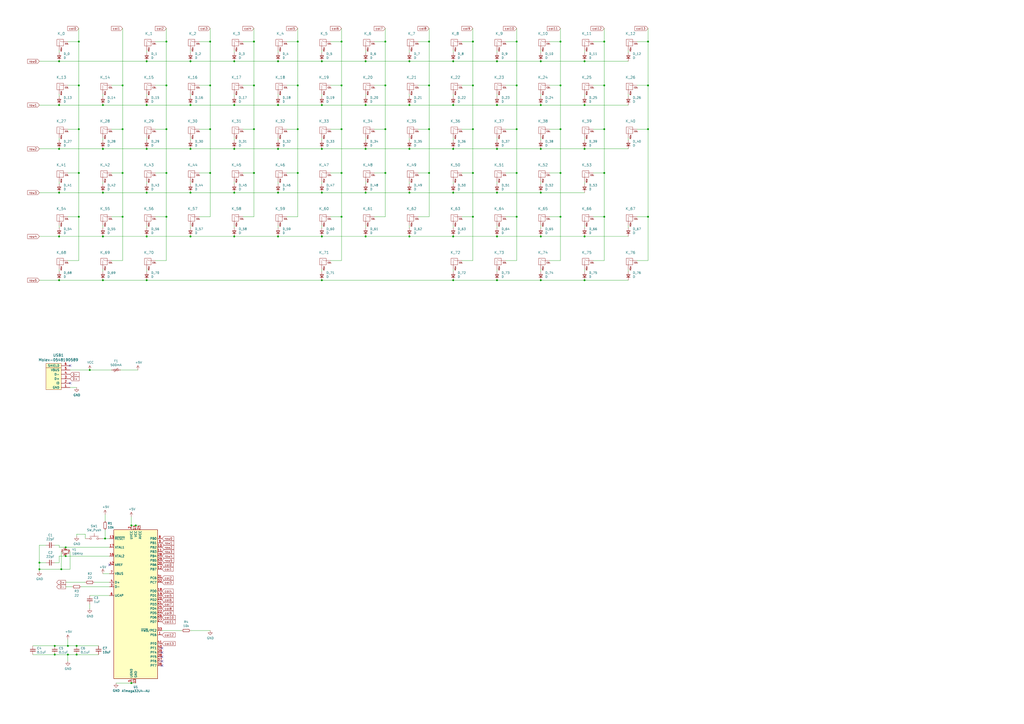
<source format=kicad_sch>
(kicad_sch (version 20211123) (generator eeschema)
  (paper "A2")
  (junction (at 299.72 74.93))
  (junction (at 299.72 49.53))
  (junction (at 375.92 24.13))
  (junction (at 39.37 374.65))
  (junction (at 45.72 49.53))
  (junction (at 237.49 137.16))
  (junction (at 375.92 125.73))
  (junction (at 350.52 100.33))
  (junction (at 76.2 304.8))
  (junction (at 85.09 35.56))
  (junction (at 85.09 111.76))
  (junction (at 274.32 100.33))
  (junction (at 262.89 137.16))
  (junction (at 223.52 24.13))
  (junction (at 172.72 74.93))
  (junction (at 76.2 396.24))
  (junction (at 313.69 86.36))
  (junction (at 161.29 60.96))
  (junction (at 31.75 374.65))
  (junction (at 135.89 86.36))
  (junction (at 38.1 322.58))
  (junction (at 299.72 125.73))
  (junction (at 135.89 111.76))
  (junction (at 110.49 60.96))
  (junction (at 147.32 24.13))
  (junction (at 85.09 60.96))
  (junction (at 339.09 137.16))
  (junction (at 325.12 125.73))
  (junction (at 248.92 100.33))
  (junction (at 110.49 137.16))
  (junction (at 350.52 125.73))
  (junction (at 44.45 374.65))
  (junction (at 325.12 100.33))
  (junction (at 198.12 24.13))
  (junction (at 60.96 312.42))
  (junction (at 85.09 86.36))
  (junction (at 186.69 86.36))
  (junction (at 299.72 100.33))
  (junction (at 161.29 111.76))
  (junction (at 262.89 86.36))
  (junction (at 248.92 74.93))
  (junction (at 96.52 125.73))
  (junction (at 135.89 60.96))
  (junction (at 38.1 317.5))
  (junction (at 161.29 137.16))
  (junction (at 274.32 24.13))
  (junction (at 339.09 162.56))
  (junction (at 59.69 111.76))
  (junction (at 161.29 35.56))
  (junction (at 375.92 74.93))
  (junction (at 39.37 379.73))
  (junction (at 121.92 24.13))
  (junction (at 71.12 125.73))
  (junction (at 325.12 24.13))
  (junction (at 35.56 330.2))
  (junction (at 223.52 49.53))
  (junction (at 375.92 49.53))
  (junction (at 147.32 49.53))
  (junction (at 262.89 162.56))
  (junction (at 313.69 60.96))
  (junction (at 135.89 137.16))
  (junction (at 288.29 35.56))
  (junction (at 71.12 74.93))
  (junction (at 212.09 60.96))
  (junction (at 161.29 86.36))
  (junction (at 288.29 86.36))
  (junction (at 110.49 35.56))
  (junction (at 237.49 35.56))
  (junction (at 212.09 137.16))
  (junction (at 350.52 49.53))
  (junction (at 44.45 379.73))
  (junction (at 34.29 162.56))
  (junction (at 186.69 60.96))
  (junction (at 121.92 49.53))
  (junction (at 274.32 49.53))
  (junction (at 350.52 24.13))
  (junction (at 59.69 86.36))
  (junction (at 147.32 100.33))
  (junction (at 96.52 74.93))
  (junction (at 198.12 74.93))
  (junction (at 96.52 24.13))
  (junction (at 31.75 379.73))
  (junction (at 186.69 111.76))
  (junction (at 186.69 137.16))
  (junction (at 34.29 137.16))
  (junction (at 212.09 111.76))
  (junction (at 237.49 86.36))
  (junction (at 198.12 49.53))
  (junction (at 172.72 24.13))
  (junction (at 71.12 100.33))
  (junction (at 110.49 111.76))
  (junction (at 22.86 326.39))
  (junction (at 45.72 24.13))
  (junction (at 186.69 35.56))
  (junction (at 34.29 35.56))
  (junction (at 59.69 60.96))
  (junction (at 147.32 74.93))
  (junction (at 135.89 35.56))
  (junction (at 299.72 24.13))
  (junction (at 78.74 304.8))
  (junction (at 325.12 74.93))
  (junction (at 237.49 111.76))
  (junction (at 85.09 162.56))
  (junction (at 45.72 125.73))
  (junction (at 172.72 100.33))
  (junction (at 274.32 125.73))
  (junction (at 288.29 60.96))
  (junction (at 223.52 74.93))
  (junction (at 45.72 74.93))
  (junction (at 313.69 162.56))
  (junction (at 350.52 74.93))
  (junction (at 288.29 162.56))
  (junction (at 52.07 214.63))
  (junction (at 262.89 35.56))
  (junction (at 34.29 60.96))
  (junction (at 85.09 137.16))
  (junction (at 325.12 49.53))
  (junction (at 172.72 49.53))
  (junction (at 313.69 111.76))
  (junction (at 59.69 162.56))
  (junction (at 212.09 35.56))
  (junction (at 339.09 86.36))
  (junction (at 71.12 49.53))
  (junction (at 186.69 162.56))
  (junction (at 34.29 111.76))
  (junction (at 262.89 111.76))
  (junction (at 59.69 137.16))
  (junction (at 339.09 60.96))
  (junction (at 288.29 111.76))
  (junction (at 96.52 100.33))
  (junction (at 313.69 35.56))
  (junction (at 339.09 35.56))
  (junction (at 248.92 49.53))
  (junction (at 274.32 74.93))
  (junction (at 313.69 137.16))
  (junction (at 288.29 137.16))
  (junction (at 223.52 100.33))
  (junction (at 22.86 330.2))
  (junction (at 212.09 86.36))
  (junction (at 121.92 100.33))
  (junction (at 198.12 100.33))
  (junction (at 262.89 60.96))
  (junction (at 45.72 100.33))
  (junction (at 121.92 74.93))
  (junction (at 198.12 125.73))
  (junction (at 237.49 60.96))
  (junction (at 34.29 86.36))
  (junction (at 110.49 86.36))
  (junction (at 96.52 49.53))
  (junction (at 248.92 24.13))
  (no_connect (at 93.98 383.54))
  (no_connect (at 93.98 381))
  (no_connect (at 93.98 378.46))
  (no_connect (at 93.98 375.92))
  (no_connect (at 93.98 386.08))
  (no_connect (at 63.5 327.66))
  (no_connect (at 40.64 212.09))
  (no_connect (at 40.64 222.25))
  (wire (pts (xy 237.49 35.56) (xy 262.89 35.56)))
  (wire (pts (xy 212.09 86.36) (xy 237.49 86.36)))
  (wire (pts (xy 44.45 379.73) (xy 57.15 379.73)))
  (wire (pts (xy 267.97 125.73) (xy 274.32 125.73)))
  (wire (pts (xy 85.09 111.76) (xy 110.49 111.76)))
  (wire (pts (xy 299.72 125.73) (xy 299.72 100.33)))
  (wire (pts (xy 364.49 54.61) (xy 364.49 55.88)))
  (wire (pts (xy 198.12 74.93) (xy 198.12 49.53)))
  (wire (pts (xy 135.89 86.36) (xy 161.29 86.36)))
  (wire (pts (xy 121.92 16.51) (xy 121.92 24.13)))
  (wire (pts (xy 41.91 340.36) (xy 38.1 340.36)))
  (wire (pts (xy 212.09 105.41) (xy 212.09 106.68)))
  (wire (pts (xy 325.12 74.93) (xy 325.12 49.53)))
  (wire (pts (xy 96.52 74.93) (xy 96.52 49.53)))
  (wire (pts (xy 364.49 80.01) (xy 364.49 81.28)))
  (wire (pts (xy 161.29 86.36) (xy 186.69 86.36)))
  (wire (pts (xy 237.49 105.41) (xy 237.49 106.68)))
  (wire (pts (xy 212.09 80.01) (xy 212.09 81.28)))
  (wire (pts (xy 22.86 35.56) (xy 34.29 35.56)))
  (wire (pts (xy 267.97 49.53) (xy 274.32 49.53)))
  (wire (pts (xy 262.89 137.16) (xy 288.29 137.16)))
  (wire (pts (xy 325.12 24.13) (xy 325.12 49.53)))
  (wire (pts (xy 288.29 35.56) (xy 313.69 35.56)))
  (wire (pts (xy 223.52 16.51) (xy 223.52 24.13)))
  (wire (pts (xy 237.49 29.21) (xy 237.49 30.48)))
  (wire (pts (xy 22.86 137.16) (xy 34.29 137.16)))
  (wire (pts (xy 59.69 80.01) (xy 59.69 81.28)))
  (wire (pts (xy 71.12 100.33) (xy 71.12 74.93)))
  (wire (pts (xy 350.52 74.93) (xy 350.52 49.53)))
  (wire (pts (xy 242.57 100.33) (xy 248.92 100.33)))
  (wire (pts (xy 339.09 60.96) (xy 364.49 60.96)))
  (wire (pts (xy 135.89 137.16) (xy 161.29 137.16)))
  (wire (pts (xy 147.32 100.33) (xy 147.32 74.93)))
  (wire (pts (xy 39.37 383.54) (xy 39.37 379.73)))
  (wire (pts (xy 147.32 16.51) (xy 147.32 24.13)))
  (wire (pts (xy 198.12 100.33) (xy 198.12 74.93)))
  (wire (pts (xy 121.92 125.73) (xy 121.92 100.33)))
  (wire (pts (xy 212.09 130.81) (xy 212.09 132.08)))
  (wire (pts (xy 375.92 151.13) (xy 375.92 125.73)))
  (wire (pts (xy 135.89 35.56) (xy 161.29 35.56)))
  (wire (pts (xy 237.49 80.01) (xy 237.49 81.28)))
  (wire (pts (xy 38.1 322.58) (xy 63.5 322.58)))
  (wire (pts (xy 339.09 35.56) (xy 364.49 35.56)))
  (wire (pts (xy 350.52 16.51) (xy 350.52 24.13)))
  (wire (pts (xy 60.96 298.45) (xy 60.96 302.26)))
  (wire (pts (xy 39.37 125.73) (xy 45.72 125.73)))
  (wire (pts (xy 198.12 151.13) (xy 198.12 125.73)))
  (wire (pts (xy 248.92 100.33) (xy 248.92 74.93)))
  (wire (pts (xy 212.09 29.21) (xy 212.09 30.48)))
  (wire (pts (xy 140.97 49.53) (xy 147.32 49.53)))
  (wire (pts (xy 313.69 156.21) (xy 313.69 157.48)))
  (wire (pts (xy 85.09 60.96) (xy 110.49 60.96)))
  (wire (pts (xy 90.17 151.13) (xy 96.52 151.13)))
  (wire (pts (xy 369.57 74.93) (xy 375.92 74.93)))
  (wire (pts (xy 191.77 49.53) (xy 198.12 49.53)))
  (wire (pts (xy 325.12 100.33) (xy 325.12 74.93)))
  (wire (pts (xy 90.17 49.53) (xy 96.52 49.53)))
  (wire (pts (xy 375.92 74.93) (xy 375.92 49.53)))
  (wire (pts (xy 262.89 60.96) (xy 288.29 60.96)))
  (wire (pts (xy 34.29 105.41) (xy 34.29 106.68)))
  (wire (pts (xy 166.37 125.73) (xy 172.72 125.73)))
  (wire (pts (xy 172.72 16.51) (xy 172.72 24.13)))
  (wire (pts (xy 217.17 49.53) (xy 223.52 49.53)))
  (wire (pts (xy 313.69 80.01) (xy 313.69 81.28)))
  (wire (pts (xy 191.77 151.13) (xy 198.12 151.13)))
  (wire (pts (xy 288.29 86.36) (xy 313.69 86.36)))
  (wire (pts (xy 186.69 86.36) (xy 212.09 86.36)))
  (wire (pts (xy 198.12 16.51) (xy 198.12 24.13)))
  (wire (pts (xy 71.12 74.93) (xy 71.12 49.53)))
  (wire (pts (xy 339.09 130.81) (xy 339.09 132.08)))
  (wire (pts (xy 110.49 54.61) (xy 110.49 55.88)))
  (wire (pts (xy 34.29 316.23) (xy 34.29 317.5)))
  (wire (pts (xy 262.89 54.61) (xy 262.89 55.88)))
  (wire (pts (xy 31.75 316.23) (xy 34.29 316.23)))
  (wire (pts (xy 45.72 74.93) (xy 45.72 49.53)))
  (wire (pts (xy 34.29 162.56) (xy 59.69 162.56)))
  (wire (pts (xy 34.29 130.81) (xy 34.29 132.08)))
  (wire (pts (xy 191.77 100.33) (xy 198.12 100.33)))
  (wire (pts (xy 369.57 151.13) (xy 375.92 151.13)))
  (wire (pts (xy 40.64 320.04) (xy 40.64 330.2)))
  (wire (pts (xy 212.09 111.76) (xy 237.49 111.76)))
  (wire (pts (xy 299.72 100.33) (xy 299.72 74.93)))
  (wire (pts (xy 121.92 24.13) (xy 121.92 49.53)))
  (wire (pts (xy 96.52 24.13) (xy 96.52 49.53)))
  (wire (pts (xy 339.09 54.61) (xy 339.09 55.88)))
  (wire (pts (xy 344.17 24.13) (xy 350.52 24.13)))
  (wire (pts (xy 172.72 24.13) (xy 172.72 49.53)))
  (wire (pts (xy 34.29 80.01) (xy 34.29 81.28)))
  (wire (pts (xy 39.37 374.65) (xy 44.45 374.65)))
  (wire (pts (xy 161.29 35.56) (xy 186.69 35.56)))
  (wire (pts (xy 217.17 100.33) (xy 223.52 100.33)))
  (wire (pts (xy 344.17 151.13) (xy 350.52 151.13)))
  (wire (pts (xy 85.09 156.21) (xy 85.09 157.48)))
  (wire (pts (xy 34.29 317.5) (xy 38.1 317.5)))
  (wire (pts (xy 34.29 326.39) (xy 34.29 322.58)))
  (wire (pts (xy 22.86 111.76) (xy 34.29 111.76)))
  (wire (pts (xy 34.29 111.76) (xy 59.69 111.76)))
  (wire (pts (xy 64.77 151.13) (xy 71.12 151.13)))
  (wire (pts (xy 59.69 60.96) (xy 85.09 60.96)))
  (wire (pts (xy 115.57 74.93) (xy 121.92 74.93)))
  (wire (pts (xy 39.37 379.73) (xy 44.45 379.73)))
  (wire (pts (xy 248.92 16.51) (xy 248.92 24.13)))
  (wire (pts (xy 172.72 74.93) (xy 172.72 49.53)))
  (wire (pts (xy 110.49 130.81) (xy 110.49 132.08)))
  (wire (pts (xy 237.49 130.81) (xy 237.49 132.08)))
  (wire (pts (xy 121.92 74.93) (xy 121.92 49.53)))
  (wire (pts (xy 313.69 60.96) (xy 339.09 60.96)))
  (wire (pts (xy 166.37 100.33) (xy 172.72 100.33)))
  (wire (pts (xy 313.69 111.76) (xy 339.09 111.76)))
  (wire (pts (xy 186.69 35.56) (xy 212.09 35.56)))
  (wire (pts (xy 223.52 74.93) (xy 223.52 49.53)))
  (wire (pts (xy 267.97 24.13) (xy 274.32 24.13)))
  (wire (pts (xy 339.09 156.21) (xy 339.09 157.48)))
  (wire (pts (xy 318.77 49.53) (xy 325.12 49.53)))
  (wire (pts (xy 293.37 151.13) (xy 299.72 151.13)))
  (wire (pts (xy 161.29 105.41) (xy 161.29 106.68)))
  (wire (pts (xy 85.09 35.56) (xy 110.49 35.56)))
  (wire (pts (xy 22.86 326.39) (xy 26.67 326.39)))
  (wire (pts (xy 262.89 111.76) (xy 288.29 111.76)))
  (wire (pts (xy 186.69 54.61) (xy 186.69 55.88)))
  (wire (pts (xy 166.37 49.53) (xy 172.72 49.53)))
  (wire (pts (xy 325.12 151.13) (xy 325.12 125.73)))
  (wire (pts (xy 85.09 105.41) (xy 85.09 106.68)))
  (wire (pts (xy 40.64 214.63) (xy 52.07 214.63)))
  (wire (pts (xy 64.77 100.33) (xy 71.12 100.33)))
  (wire (pts (xy 34.29 29.21) (xy 34.29 30.48)))
  (wire (pts (xy 350.52 151.13) (xy 350.52 125.73)))
  (wire (pts (xy 339.09 86.36) (xy 364.49 86.36)))
  (wire (pts (xy 147.32 74.93) (xy 147.32 49.53)))
  (wire (pts (xy 344.17 74.93) (xy 350.52 74.93)))
  (wire (pts (xy 262.89 80.01) (xy 262.89 81.28)))
  (wire (pts (xy 71.12 151.13) (xy 71.12 125.73)))
  (wire (pts (xy 96.52 125.73) (xy 96.52 100.33)))
  (wire (pts (xy 161.29 54.61) (xy 161.29 55.88)))
  (wire (pts (xy 212.09 137.16) (xy 237.49 137.16)))
  (wire (pts (xy 318.77 24.13) (xy 325.12 24.13)))
  (wire (pts (xy 350.52 24.13) (xy 350.52 49.53)))
  (wire (pts (xy 85.09 54.61) (xy 85.09 55.88)))
  (wire (pts (xy 191.77 74.93) (xy 198.12 74.93)))
  (wire (pts (xy 85.09 86.36) (xy 110.49 86.36)))
  (wire (pts (xy 45.72 151.13) (xy 45.72 125.73)))
  (wire (pts (xy 52.07 345.44) (xy 63.5 345.44)))
  (wire (pts (xy 161.29 60.96) (xy 186.69 60.96)))
  (wire (pts (xy 44.45 309.88) (xy 49.53 309.88)))
  (wire (pts (xy 237.49 111.76) (xy 262.89 111.76)))
  (wire (pts (xy 339.09 80.01) (xy 339.09 81.28)))
  (wire (pts (xy 135.89 29.21) (xy 135.89 30.48)))
  (wire (pts (xy 350.52 125.73) (xy 350.52 100.33)))
  (wire (pts (xy 191.77 24.13) (xy 198.12 24.13)))
  (wire (pts (xy 288.29 29.21) (xy 288.29 30.48)))
  (wire (pts (xy 31.75 379.73) (xy 39.37 379.73)))
  (wire (pts (xy 262.89 86.36) (xy 288.29 86.36)))
  (wire (pts (xy 339.09 29.21) (xy 339.09 30.48)))
  (wire (pts (xy 44.45 224.79) (xy 40.64 224.79)))
  (wire (pts (xy 274.32 16.51) (xy 274.32 24.13)))
  (wire (pts (xy 59.69 156.21) (xy 59.69 157.48)))
  (wire (pts (xy 96.52 16.51) (xy 96.52 24.13)))
  (wire (pts (xy 45.72 125.73) (xy 45.72 100.33)))
  (wire (pts (xy 262.89 130.81) (xy 262.89 132.08)))
  (wire (pts (xy 110.49 29.21) (xy 110.49 30.48)))
  (wire (pts (xy 237.49 54.61) (xy 237.49 55.88)))
  (wire (pts (xy 31.75 374.65) (xy 39.37 374.65)))
  (wire (pts (xy 22.86 86.36) (xy 34.29 86.36)))
  (wire (pts (xy 161.29 111.76) (xy 186.69 111.76)))
  (wire (pts (xy 39.37 74.93) (xy 45.72 74.93)))
  (wire (pts (xy 64.77 74.93) (xy 71.12 74.93)))
  (wire (pts (xy 223.52 24.13) (xy 223.52 49.53)))
  (wire (pts (xy 288.29 80.01) (xy 288.29 81.28)))
  (wire (pts (xy 135.89 60.96) (xy 161.29 60.96)))
  (wire (pts (xy 248.92 24.13) (xy 248.92 49.53)))
  (wire (pts (xy 288.29 111.76) (xy 313.69 111.76)))
  (wire (pts (xy 59.69 332.74) (xy 63.5 332.74)))
  (wire (pts (xy 54.61 337.82) (xy 63.5 337.82)))
  (wire (pts (xy 198.12 125.73) (xy 198.12 100.33)))
  (wire (pts (xy 45.72 24.13) (xy 45.72 49.53)))
  (wire (pts (xy 39.37 370.84) (xy 39.37 374.65)))
  (wire (pts (xy 38.1 317.5) (xy 63.5 317.5)))
  (wire (pts (xy 22.86 162.56) (xy 34.29 162.56)))
  (wire (pts (xy 339.09 105.41) (xy 339.09 106.68)))
  (wire (pts (xy 166.37 74.93) (xy 172.72 74.93)))
  (wire (pts (xy 90.17 100.33) (xy 96.52 100.33)))
  (wire (pts (xy 375.92 24.13) (xy 375.92 49.53)))
  (wire (pts (xy 40.64 330.2) (xy 35.56 330.2)))
  (wire (pts (xy 318.77 74.93) (xy 325.12 74.93)))
  (wire (pts (xy 34.29 86.36) (xy 59.69 86.36)))
  (wire (pts (xy 59.69 130.81) (xy 59.69 132.08)))
  (wire (pts (xy 34.29 54.61) (xy 34.29 55.88)))
  (wire (pts (xy 262.89 162.56) (xy 288.29 162.56)))
  (wire (pts (xy 64.77 49.53) (xy 71.12 49.53)))
  (wire (pts (xy 248.92 125.73) (xy 248.92 100.33)))
  (wire (pts (xy 110.49 365.76) (xy 121.92 365.76)))
  (wire (pts (xy 110.49 105.41) (xy 110.49 106.68)))
  (wire (pts (xy 85.09 130.81) (xy 85.09 132.08)))
  (wire (pts (xy 350.52 100.33) (xy 350.52 74.93)))
  (wire (pts (xy 313.69 86.36) (xy 339.09 86.36)))
  (wire (pts (xy 34.29 322.58) (xy 38.1 322.58)))
  (wire (pts (xy 339.09 162.56) (xy 364.49 162.56)))
  (wire (pts (xy 344.17 100.33) (xy 350.52 100.33)))
  (wire (pts (xy 59.69 162.56) (xy 85.09 162.56)))
  (wire (pts (xy 186.69 29.21) (xy 186.69 30.48)))
  (wire (pts (xy 90.17 125.73) (xy 96.52 125.73)))
  (wire (pts (xy 161.29 137.16) (xy 186.69 137.16)))
  (wire (pts (xy 293.37 100.33) (xy 299.72 100.33)))
  (wire (pts (xy 22.86 316.23) (xy 22.86 326.39)))
  (wire (pts (xy 110.49 80.01) (xy 110.49 81.28)))
  (wire (pts (xy 96.52 151.13) (xy 96.52 125.73)))
  (wire (pts (xy 318.77 125.73) (xy 325.12 125.73)))
  (wire (pts (xy 110.49 137.16) (xy 135.89 137.16)))
  (wire (pts (xy 59.69 105.41) (xy 59.69 106.68)))
  (wire (pts (xy 19.05 379.73) (xy 31.75 379.73)))
  (wire (pts (xy 135.89 130.81) (xy 135.89 132.08)))
  (wire (pts (xy 35.56 330.2) (xy 22.86 330.2)))
  (wire (pts (xy 172.72 125.73) (xy 172.72 100.33)))
  (wire (pts (xy 223.52 125.73) (xy 223.52 100.33)))
  (wire (pts (xy 318.77 151.13) (xy 325.12 151.13)))
  (wire (pts (xy 299.72 151.13) (xy 299.72 125.73)))
  (wire (pts (xy 161.29 130.81) (xy 161.29 132.08)))
  (wire (pts (xy 161.29 80.01) (xy 161.29 81.28)))
  (wire (pts (xy 293.37 125.73) (xy 299.72 125.73)))
  (wire (pts (xy 35.56 320.04) (xy 35.56 330.2)))
  (wire (pts (xy 22.86 326.39) (xy 22.86 330.2)))
  (wire (pts (xy 166.37 24.13) (xy 172.72 24.13)))
  (wire (pts (xy 85.09 137.16) (xy 110.49 137.16)))
  (wire (pts (xy 237.49 86.36) (xy 262.89 86.36)))
  (wire (pts (xy 121.92 100.33) (xy 121.92 74.93)))
  (wire (pts (xy 110.49 111.76) (xy 135.89 111.76)))
  (wire (pts (xy 140.97 100.33) (xy 147.32 100.33)))
  (wire (pts (xy 115.57 125.73) (xy 121.92 125.73)))
  (wire (pts (xy 364.49 29.21) (xy 364.49 30.48)))
  (wire (pts (xy 59.69 111.76) (xy 85.09 111.76)))
  (wire (pts (xy 242.57 24.13) (xy 248.92 24.13)))
  (wire (pts (xy 34.29 60.96) (xy 59.69 60.96)))
  (wire (pts (xy 110.49 60.96) (xy 135.89 60.96)))
  (wire (pts (xy 267.97 100.33) (xy 274.32 100.33)))
  (wire (pts (xy 299.72 16.51) (xy 299.72 24.13)))
  (wire (pts (xy 115.57 100.33) (xy 121.92 100.33)))
  (wire (pts (xy 140.97 125.73) (xy 147.32 125.73)))
  (wire (pts (xy 45.72 100.33) (xy 45.72 74.93)))
  (wire (pts (xy 64.77 125.73) (xy 71.12 125.73)))
  (wire (pts (xy 39.37 49.53) (xy 45.72 49.53)))
  (wire (pts (xy 217.17 74.93) (xy 223.52 74.93)))
  (wire (pts (xy 191.77 125.73) (xy 198.12 125.73)))
  (wire (pts (xy 85.09 80.01) (xy 85.09 81.28)))
  (wire (pts (xy 186.69 130.81) (xy 186.69 132.08)))
  (wire (pts (xy 110.49 35.56) (xy 135.89 35.56)))
  (wire (pts (xy 375.92 16.51) (xy 375.92 24.13)))
  (wire (pts (xy 135.89 111.76) (xy 161.29 111.76)))
  (wire (pts (xy 93.98 365.76) (xy 105.41 365.76)))
  (wire (pts (xy 39.37 24.13) (xy 45.72 24.13)))
  (wire (pts (xy 313.69 162.56) (xy 339.09 162.56)))
  (wire (pts (xy 339.09 137.16) (xy 364.49 137.16)))
  (wire (pts (xy 267.97 151.13) (xy 274.32 151.13)))
  (wire (pts (xy 186.69 60.96) (xy 212.09 60.96)))
  (wire (pts (xy 274.32 100.33) (xy 274.32 74.93)))
  (wire (pts (xy 313.69 54.61) (xy 313.69 55.88)))
  (wire (pts (xy 242.57 49.53) (xy 248.92 49.53)))
  (wire (pts (xy 274.32 24.13) (xy 274.32 49.53)))
  (wire (pts (xy 34.29 35.56) (xy 85.09 35.56)))
  (wire (pts (xy 288.29 54.61) (xy 288.29 55.88)))
  (wire (pts (xy 186.69 162.56) (xy 262.89 162.56)))
  (wire (pts (xy 44.45 311.15) (xy 44.45 309.88)))
  (wire (pts (xy 274.32 74.93) (xy 274.32 49.53)))
  (wire (pts (xy 34.29 137.16) (xy 59.69 137.16)))
  (wire (pts (xy 344.17 49.53) (xy 350.52 49.53)))
  (wire (pts (xy 313.69 29.21) (xy 313.69 30.48)))
  (wire (pts (xy 115.57 49.53) (xy 121.92 49.53)))
  (wire (pts (xy 267.97 74.93) (xy 274.32 74.93)))
  (wire (pts (xy 375.92 125.73) (xy 375.92 74.93)))
  (wire (pts (xy 19.05 374.65) (xy 31.75 374.65)))
  (wire (pts (xy 140.97 24.13) (xy 147.32 24.13)))
  (wire (pts (xy 161.29 29.21) (xy 161.29 30.48)))
  (wire (pts (xy 45.72 16.51) (xy 45.72 24.13)))
  (wire (pts (xy 313.69 130.81) (xy 313.69 132.08)))
  (wire (pts (xy 212.09 60.96) (xy 237.49 60.96)))
  (wire (pts (xy 135.89 54.61) (xy 135.89 55.88)))
  (wire (pts (xy 67.31 396.24) (xy 76.2 396.24)))
  (wire (pts (xy 69.85 214.63) (xy 80.01 214.63)))
  (wire (pts (xy 81.28 304.8) (xy 78.74 304.8)))
  (wire (pts (xy 135.89 80.01) (xy 135.89 81.28)))
  (wire (pts (xy 85.09 29.21) (xy 85.09 30.48)))
  (wire (pts (xy 110.49 86.36) (xy 135.89 86.36)))
  (wire (pts (xy 262.89 105.41) (xy 262.89 106.68)))
  (wire (pts (xy 313.69 35.56) (xy 339.09 35.56)))
  (wire (pts (xy 217.17 24.13) (xy 223.52 24.13)))
  (wire (pts (xy 39.37 100.33) (xy 45.72 100.33)))
  (wire (pts (xy 186.69 80.01) (xy 186.69 81.28)))
  (wire (pts (xy 369.57 24.13) (xy 375.92 24.13)))
  (wire (pts (xy 59.69 86.36) (xy 85.09 86.36)))
  (wire (pts (xy 49.53 337.82) (xy 38.1 337.82)))
  (wire (pts (xy 60.96 307.34) (xy 60.96 312.42)))
  (wire (pts (xy 90.17 24.13) (xy 96.52 24.13)))
  (wire (pts (xy 262.89 35.56) (xy 288.29 35.56)))
  (wire (pts (xy 344.17 125.73) (xy 350.52 125.73)))
  (wire (pts (xy 22.86 60.96) (xy 34.29 60.96)))
  (wire (pts (xy 46.99 340.36) (xy 63.5 340.36)))
  (wire (pts (xy 369.57 125.73) (xy 375.92 125.73)))
  (wire (pts (xy 96.52 100.33) (xy 96.52 74.93)))
  (wire (pts (xy 288.29 156.21) (xy 288.29 157.48)))
  (wire (pts (xy 71.12 125.73) (xy 71.12 100.33)))
  (wire (pts (xy 22.86 330.2) (xy 22.86 331.47)))
  (wire (pts (xy 248.92 74.93) (xy 248.92 49.53)))
  (wire (pts (xy 186.69 137.16) (xy 212.09 137.16)))
  (wire (pts (xy 31.75 326.39) (xy 34.29 326.39)))
  (wire (pts (xy 223.52 100.33) (xy 223.52 74.93)))
  (wire (pts (xy 135.89 105.41) (xy 135.89 106.68)))
  (wire (pts (xy 364.49 130.81) (xy 364.49 132.08)))
  (wire (pts (xy 85.09 162.56) (xy 186.69 162.56)))
  (wire (pts (xy 299.72 24.13) (xy 299.72 49.53)))
  (wire (pts (xy 274.32 151.13) (xy 274.32 125.73)))
  (wire (pts (xy 242.57 125.73) (xy 248.92 125.73)))
  (wire (pts (xy 288.29 130.81) (xy 288.29 132.08)))
  (wire (pts (xy 212.09 35.56) (xy 237.49 35.56)))
  (wire (pts (xy 198.12 24.13) (xy 198.12 49.53)))
  (wire (pts (xy 288.29 162.56) (xy 313.69 162.56)))
  (wire (pts (xy 172.72 100.33) (xy 172.72 74.93)))
  (wire (pts (xy 78.74 396.24) (xy 76.2 396.24)))
  (wire (pts (xy 59.69 54.61) (xy 59.69 55.88)))
  (wire (pts (xy 186.69 156.21) (xy 186.69 157.48)))
  (wire (pts (xy 288.29 105.41) (xy 288.29 106.68)))
  (wire (pts (xy 49.53 309.88) (xy 49.53 312.42)))
  (wire (pts (xy 52.07 350.52) (xy 52.07 353.06)))
  (wire (pts (xy 147.32 125.73) (xy 147.32 100.33)))
  (wire (pts (xy 325.12 16.51) (xy 325.12 24.13)))
  (wire (pts (xy 242.57 74.93) (xy 248.92 74.93)))
  (wire (pts (xy 90.17 74.93) (xy 96.52 74.93)))
  (wire (pts (xy 60.96 312.42) (xy 63.5 312.42)))
  (wire (pts (xy 115.57 24.13) (xy 121.92 24.13)))
  (wire (pts (xy 364.49 156.21) (xy 364.49 157.48)))
  (wire (pts (xy 59.69 312.42) (xy 60.96 312.42)))
  (wire (pts (xy 313.69 105.41) (xy 313.69 106.68)))
  (wire (pts (xy 212.09 54.61) (xy 212.09 55.88)))
  (wire (pts (xy 262.89 29.21) (xy 262.89 30.48)))
  (wire (pts (xy 293.37 74.93) (xy 299.72 74.93)))
  (wire (pts (xy 39.37 151.13) (xy 45.72 151.13)))
  (wire (pts (xy 274.32 125.73) (xy 274.32 100.33)))
  (wire (pts (xy 59.69 137.16) (xy 85.09 137.16)))
  (wire (pts (xy 318.77 100.33) (xy 325.12 100.33)))
  (wire (pts (xy 44.45 374.65) (xy 57.15 374.65)))
  (wire (pts (xy 293.37 24.13) (xy 299.72 24.13)))
  (wire (pts (xy 313.69 137.16) (xy 339.09 137.16)))
  (wire (pts (xy 217.17 125.73) (xy 223.52 125.73)))
  (wire (pts (xy 34.29 156.21) (xy 34.29 157.48)))
  (wire (pts (xy 78.74 304.8) (xy 76.2 304.8)))
  (wire (pts (xy 369.57 49.53) (xy 375.92 49.53)))
  (wire (pts (xy 186.69 111.76) (xy 212.09 111.76)))
  (wire (pts (xy 325.12 125.73) (xy 325.12 100.33)))
  (wire (pts (xy 237.49 137.16) (xy 262.89 137.16)))
  (wire (pts (xy 237.49 60.96) (xy 262.89 60.96)))
  (wire (pts (xy 76.2 299.72) (xy 76.2 304.8)))
  (wire (pts (xy 293.37 49.53) (xy 299.72 49.53)))
  (wire (pts (xy 147.32 24.13) (xy 147.32 49.53)))
  (wire (pts (xy 71.12 16.51) (xy 71.12 49.53)))
  (wire (pts (xy 299.72 74.93) (xy 299.72 49.53)))
  (wire (pts (xy 140.97 74.93) (xy 147.32 74.93)))
  (wire (pts (xy 262.89 156.21) (xy 262.89 157.48)))
  (wire (pts (xy 26.67 316.23) (xy 22.86 316.23)))
  (wire (pts (xy 186.69 105.41) (xy 186.69 106.68)))
  (wire (pts (xy 52.07 214.63) (xy 64.77 214.63)))
  (wire (pts (xy 288.29 137.16) (xy 313.69 137.16)))
  (wire (pts (xy 288.29 60.96) (xy 313.69 60.96)))
  (global_label "col5" (shape input) (at 93.98 345.44 0) (property "Intersheet References" "${INTERSHEET_REFS}" (effects hide)))
  (global_label "col13" (shape input) (at 375.92 16.51 180) (property "Intersheet References" "${INTERSHEET_REFS}" (effects hide)))
  (global_label "D-" (shape output) (at 38.1 340.36 180) (property "Intersheet References" "${INTERSHEET_REFS}" (effects hide)))
  (global_label "col3" (shape input) (at 121.92 16.51 180) (property "Intersheet References" "${INTERSHEET_REFS}" (effects hide)))
  (global_label "col4" (shape input) (at 93.98 342.9 0) (property "Intersheet References" "${INTERSHEET_REFS}" (effects hide)))
  (global_label "col12" (shape input) (at 350.52 16.51 180) (property "Intersheet References" "${INTERSHEET_REFS}" (effects hide)))
  (global_label "col11" (shape input) (at 325.12 16.51 180) (property "Intersheet References" "${INTERSHEET_REFS}" (effects hide)))
  (global_label "col7" (shape input) (at 223.52 16.51 180) (property "Intersheet References" "${INTERSHEET_REFS}" (effects hide)))
  (global_label "row5" (shape input) (at 93.98 325.12 0) (property "Intersheet References" "${INTERSHEET_REFS}" (effects hide)))
  (global_label "col7" (shape input) (at 93.98 350.52 0) (property "Intersheet References" "${INTERSHEET_REFS}" (effects hide)))
  (global_label "D+" (shape input) (at 40.64 219.71 0) (property "Intersheet References" "${INTERSHEET_REFS}" (effects hide)))
  (global_label "row4" (shape input) (at 93.98 322.58 0) (property "Intersheet References" "${INTERSHEET_REFS}" (effects hide)))
  (global_label "col0" (shape input) (at 45.72 16.51 180) (property "Intersheet References" "${INTERSHEET_REFS}" (effects hide)))
  (global_label "row4" (shape input) (at 22.86 137.16 180) (property "Intersheet References" "${INTERSHEET_REFS}" (effects hide)))
  (global_label "col2" (shape input) (at 96.52 16.51 180) (property "Intersheet References" "${INTERSHEET_REFS}" (effects hide)))
  (global_label "row2" (shape input) (at 93.98 317.5 0) (property "Intersheet References" "${INTERSHEET_REFS}" (effects hide)))
  (global_label "col13" (shape input) (at 93.98 373.38 0) (property "Intersheet References" "${INTERSHEET_REFS}" (effects hide)))
  (global_label "row0" (shape input) (at 22.86 35.56 180) (property "Intersheet References" "${INTERSHEET_REFS}" (effects hide)))
  (global_label "col10" (shape input) (at 93.98 358.14 0) (property "Intersheet References" "${INTERSHEET_REFS}" (effects hide)))
  (global_label "col1" (shape input) (at 93.98 330.2 0) (property "Intersheet References" "${INTERSHEET_REFS}" (effects hide)))
  (global_label "col5" (shape input) (at 172.72 16.51 180) (property "Intersheet References" "${INTERSHEET_REFS}" (effects hide)))
  (global_label "col10" (shape input) (at 299.72 16.51 180) (property "Intersheet References" "${INTERSHEET_REFS}" (effects hide)))
  (global_label "row1" (shape input) (at 22.86 60.96 180) (property "Intersheet References" "${INTERSHEET_REFS}" (effects hide)))
  (global_label "col11" (shape input) (at 93.98 360.68 0) (property "Intersheet References" "${INTERSHEET_REFS}" (effects hide)))
  (global_label "col4" (shape input) (at 147.32 16.51 180) (property "Intersheet References" "${INTERSHEET_REFS}" (effects hide)))
  (global_label "col0" (shape input) (at 93.98 327.66 0) (property "Intersheet References" "${INTERSHEET_REFS}" (effects hide)))
  (global_label "row2" (shape input) (at 22.86 86.36 180) (property "Intersheet References" "${INTERSHEET_REFS}" (effects hide)))
  (global_label "col8" (shape input) (at 93.98 353.06 0) (property "Intersheet References" "${INTERSHEET_REFS}" (effects hide)))
  (global_label "D-" (shape input) (at 40.64 217.17 0) (property "Intersheet References" "${INTERSHEET_REFS}" (effects hide)))
  (global_label "row0" (shape input) (at 93.98 312.42 0) (property "Intersheet References" "${INTERSHEET_REFS}" (effects hide)))
  (global_label "col6" (shape input) (at 198.12 16.51 180) (property "Intersheet References" "${INTERSHEET_REFS}" (effects hide)))
  (global_label "row1" (shape input) (at 93.98 314.96 0) (property "Intersheet References" "${INTERSHEET_REFS}" (effects hide)))
  (global_label "col1" (shape input) (at 71.12 16.51 180) (property "Intersheet References" "${INTERSHEET_REFS}" (effects hide)))
  (global_label "col8" (shape input) (at 248.92 16.51 180) (property "Intersheet References" "${INTERSHEET_REFS}" (effects hide)))
  (global_label "row3" (shape input) (at 93.98 320.04 0) (property "Intersheet References" "${INTERSHEET_REFS}" (effects hide)))
  (global_label "col6" (shape input) (at 93.98 347.98 0) (property "Intersheet References" "${INTERSHEET_REFS}" (effects hide)))
  (global_label "col2" (shape input) (at 93.98 335.28 0) (property "Intersheet References" "${INTERSHEET_REFS}" (effects hide)))
  (global_label "row3" (shape input) (at 22.86 111.76 180) (property "Intersheet References" "${INTERSHEET_REFS}" (effects hide)))
  (global_label "col9" (shape input) (at 274.32 16.51 180) (property "Intersheet References" "${INTERSHEET_REFS}" (effects hide)))
  (global_label "col9" (shape input) (at 93.98 355.6 0) (property "Intersheet References" "${INTERSHEET_REFS}" (effects hide)))
  (global_label "D+" (shape output) (at 38.1 337.82 180) (property "Intersheet References" "${INTERSHEET_REFS}" (effects hide)))
  (global_label "col12" (shape input) (at 93.98 368.3 0) (property "Intersheet References" "${INTERSHEET_REFS}" (effects hide)))
  (global_label "col3" (shape input) (at 93.98 337.82 0) (property "Intersheet References" "${INTERSHEET_REFS}" (effects hide)))
  (global_label "row5" (shape input) (at 22.86 162.56 180) (property "Intersheet References" "${INTERSHEET_REFS}" (effects hide)))
  (symbol (lib_id "MX_Alps_Hybrid:MX-NoLED") (at 35.56 25.4 0) (unit 1)
    (property "Reference" "K_0" (at 35.56 19.4818 0) (effects (font (size 1.524 1.524))))
    (property "Value" "KEYSW" (effects hide))
    (property "Footprint" "MX_Alps_Hybrid:MX-1U-NoLED" (effects hide))
  )
  (symbol (lib_id "Device:D_Small") (at 85.09 33.02 90) (unit 1)
    (property "Reference" "D_1" (at 87.63 31.242 90) (effects (justify right)))
    (property "Value" "D" (at 87.63 33.528 90) (effects (justify right)))
    (property "Footprint" "Diode_SMD:D_SOD-123" (effects hide))
  )
  (symbol (lib_id "MX_Alps_Hybrid:MX-NoLED") (at 86.36 25.4 0) (unit 1)
    (property "Reference" "K_1" (at 86.36 19.4818 0) (effects (font (size 1.524 1.524))))
    (property "Value" "KEYSW" (effects hide))
    (property "Footprint" "MX_Alps_Hybrid:MX-1U-NoLED" (effects hide))
  )
  (symbol (lib_id "Device:D_Small") (at 110.49 33.02 90) (unit 1)
    (property "Reference" "D_2" (at 113.03 31.242 90) (effects (justify right)))
    (property "Value" "D" (at 113.03 33.528 90) (effects (justify right)))
    (property "Footprint" "Diode_SMD:D_SOD-123" (effects hide))
  )
  (symbol (lib_id "MX_Alps_Hybrid:MX-NoLED") (at 111.76 25.4 0) (unit 1)
    (property "Reference" "K_2" (at 111.76 19.4818 0) (effects (font (size 1.524 1.524))))
    (property "Value" "KEYSW" (effects hide))
    (property "Footprint" "MX_Alps_Hybrid:MX-1U-NoLED" (effects hide))
  )
  (symbol (lib_id "Device:D_Small") (at 135.89 33.02 90) (unit 1)
    (property "Reference" "D_3" (at 138.43 31.242 90) (effects (justify right)))
    (property "Value" "D" (at 138.43 33.528 90) (effects (justify right)))
    (property "Footprint" "Diode_SMD:D_SOD-123" (effects hide))
  )
  (symbol (lib_id "MX_Alps_Hybrid:MX-NoLED") (at 137.16 25.4 0) (unit 1)
    (property "Reference" "K_3" (at 137.16 19.4818 0) (effects (font (size 1.524 1.524))))
    (property "Value" "KEYSW" (effects hide))
    (property "Footprint" "MX_Alps_Hybrid:MX-1U-NoLED" (effects hide))
  )
  (symbol (lib_id "Device:D_Small") (at 161.29 33.02 90) (unit 1)
    (property "Reference" "D_4" (at 163.83 31.242 90) (effects (justify right)))
    (property "Value" "D" (at 163.83 33.528 90) (effects (justify right)))
    (property "Footprint" "Diode_SMD:D_SOD-123" (effects hide))
  )
  (symbol (lib_id "MX_Alps_Hybrid:MX-NoLED") (at 162.56 25.4 0) (unit 1)
    (property "Reference" "K_4" (at 162.56 19.4818 0) (effects (font (size 1.524 1.524))))
    (property "Value" "KEYSW" (effects hide))
    (property "Footprint" "MX_Alps_Hybrid:MX-1U-NoLED" (effects hide))
  )
  (symbol (lib_id "Device:D_Small") (at 186.69 33.02 90) (unit 1)
    (property "Reference" "D_5" (at 189.23 31.242 90) (effects (justify right)))
    (property "Value" "D" (at 189.23 33.528 90) (effects (justify right)))
    (property "Footprint" "Diode_SMD:D_SOD-123" (effects hide))
  )
  (symbol (lib_id "MX_Alps_Hybrid:MX-NoLED") (at 187.96 25.4 0) (unit 1)
    (property "Reference" "K_5" (at 187.96 19.4818 0) (effects (font (size 1.524 1.524))))
    (property "Value" "KEYSW" (effects hide))
    (property "Footprint" "MX_Alps_Hybrid:MX-1U-NoLED" (effects hide))
  )
  (symbol (lib_id "Device:D_Small") (at 212.09 33.02 90) (unit 1)
    (property "Reference" "D_6" (at 214.63 31.242 90) (effects (justify right)))
    (property "Value" "D" (at 214.63 33.528 90) (effects (justify right)))
    (property "Footprint" "Diode_SMD:D_SOD-123" (effects hide))
  )
  (symbol (lib_id "MX_Alps_Hybrid:MX-NoLED") (at 213.36 25.4 0) (unit 1)
    (property "Reference" "K_6" (at 213.36 19.4818 0) (effects (font (size 1.524 1.524))))
    (property "Value" "KEYSW" (effects hide))
    (property "Footprint" "MX_Alps_Hybrid:MX-1U-NoLED" (effects hide))
  )
  (symbol (lib_id "Device:D_Small") (at 237.49 33.02 90) (unit 1)
    (property "Reference" "D_7" (at 240.03 31.242 90) (effects (justify right)))
    (property "Value" "D" (at 240.03 33.528 90) (effects (justify right)))
    (property "Footprint" "Diode_SMD:D_SOD-123" (effects hide))
  )
  (symbol (lib_id "MX_Alps_Hybrid:MX-NoLED") (at 238.76 25.4 0) (unit 1)
    (property "Reference" "K_7" (at 238.76 19.4818 0) (effects (font (size 1.524 1.524))))
    (property "Value" "KEYSW" (effects hide))
    (property "Footprint" "MX_Alps_Hybrid:MX-1U-NoLED" (effects hide))
  )
  (symbol (lib_id "Device:D_Small") (at 262.89 33.02 90) (unit 1)
    (property "Reference" "D_8" (at 265.43 31.242 90) (effects (justify right)))
    (property "Value" "D" (at 265.43 33.528 90) (effects (justify right)))
    (property "Footprint" "Diode_SMD:D_SOD-123" (effects hide))
  )
  (symbol (lib_id "MX_Alps_Hybrid:MX-NoLED") (at 264.16 25.4 0) (unit 1)
    (property "Reference" "K_8" (at 264.16 19.4818 0) (effects (font (size 1.524 1.524))))
    (property "Value" "KEYSW" (effects hide))
    (property "Footprint" "MX_Alps_Hybrid:MX-1U-NoLED" (effects hide))
  )
  (symbol (lib_id "Device:D_Small") (at 288.29 33.02 90) (unit 1)
    (property "Reference" "D_9" (at 290.83 31.242 90) (effects (justify right)))
    (property "Value" "D" (at 290.83 33.528 90) (effects (justify right)))
    (property "Footprint" "Diode_SMD:D_SOD-123" (effects hide))
  )
  (symbol (lib_id "MX_Alps_Hybrid:MX-NoLED") (at 289.56 25.4 0) (unit 1)
    (property "Reference" "K_9" (at 289.56 19.4818 0) (effects (font (size 1.524 1.524))))
    (property "Value" "KEYSW" (effects hide))
    (property "Footprint" "MX_Alps_Hybrid:MX-1U-NoLED" (effects hide))
  )
  (symbol (lib_id "Device:D_Small") (at 313.69 33.02 90) (unit 1)
    (property "Reference" "D_10" (at 316.23 31.242 90) (effects (justify right)))
    (property "Value" "D" (at 316.23 33.528 90) (effects (justify right)))
    (property "Footprint" "Diode_SMD:D_SOD-123" (effects hide))
  )
  (symbol (lib_id "MX_Alps_Hybrid:MX-NoLED") (at 314.96 25.4 0) (unit 1)
    (property "Reference" "K_10" (at 314.96 19.4818 0) (effects (font (size 1.524 1.524))))
    (property "Value" "KEYSW" (effects hide))
    (property "Footprint" "MX_Alps_Hybrid:MX-1U-NoLED" (effects hide))
  )
  (symbol (lib_id "Device:D_Small") (at 339.09 33.02 90) (unit 1)
    (property "Reference" "D_11" (at 341.63 31.242 90) (effects (justify right)))
    (property "Value" "D" (at 341.63 33.528 90) (effects (justify right)))
    (property "Footprint" "Diode_SMD:D_SOD-123" (effects hide))
  )
  (symbol (lib_id "MX_Alps_Hybrid:MX-NoLED") (at 340.36 25.4 0) (unit 1)
    (property "Reference" "K_11" (at 340.36 19.4818 0) (effects (font (size 1.524 1.524))))
    (property "Value" "KEYSW" (effects hide))
    (property "Footprint" "MX_Alps_Hybrid:MX-1U-NoLED" (effects hide))
  )
  (symbol (lib_id "Device:D_Small") (at 364.49 33.02 90) (unit 1)
    (property "Reference" "D_12" (at 367.03 31.242 90) (effects (justify right)))
    (property "Value" "D" (at 367.03 33.528 90) (effects (justify right)))
    (property "Footprint" "Diode_SMD:D_SOD-123" (effects hide))
  )
  (symbol (lib_id "MX_Alps_Hybrid:MX-NoLED") (at 365.76 25.4 0) (unit 1)
    (property "Reference" "K_12" (at 365.76 19.4818 0) (effects (font (size 1.524 1.524))))
    (property "Value" "KEYSW" (effects hide))
    (property "Footprint" "MX_Alps_Hybrid:MX-1U-NoLED" (effects hide))
  )
  (symbol (lib_id "Device:D_Small") (at 34.29 58.42 90) (unit 1)
    (property "Reference" "D_13" (at 36.83 56.642 90) (effects (justify right)))
    (property "Value" "D" (at 36.83 58.928 90) (effects (justify right)))
    (property "Footprint" "Diode_SMD:D_SOD-123" (effects hide))
  )
  (symbol (lib_id "MX_Alps_Hybrid:MX-NoLED") (at 35.56 50.8 0) (unit 1)
    (property "Reference" "K_13" (at 35.56 44.8818 0) (effects (font (size 1.524 1.524))))
    (property "Value" "KEYSW" (effects hide))
    (property "Footprint" "MX_Alps_Hybrid:MX-1U-NoLED" (effects hide))
  )
  (symbol (lib_id "Device:D_Small") (at 59.69 58.42 90) (unit 1)
    (property "Reference" "D_14" (at 62.23 56.642 90) (effects (justify right)))
    (property "Value" "D" (at 62.23 58.928 90) (effects (justify right)))
    (property "Footprint" "Diode_SMD:D_SOD-123" (effects hide))
  )
  (symbol (lib_id "MX_Alps_Hybrid:MX-NoLED") (at 60.96 50.8 0) (unit 1)
    (property "Reference" "K_14" (at 60.96 44.8818 0) (effects (font (size 1.524 1.524))))
    (property "Value" "KEYSW" (effects hide))
    (property "Footprint" "MX_Alps_Hybrid:MX-1U-NoLED" (effects hide))
  )
  (symbol (lib_id "Device:D_Small") (at 85.09 58.42 90) (unit 1)
    (property "Reference" "D_15" (at 87.63 56.642 90) (effects (justify right)))
    (property "Value" "D" (at 87.63 58.928 90) (effects (justify right)))
    (property "Footprint" "Diode_SMD:D_SOD-123" (effects hide))
  )
  (symbol (lib_id "MX_Alps_Hybrid:MX-NoLED") (at 86.36 50.8 0) (unit 1)
    (property "Reference" "K_15" (at 86.36 44.8818 0) (effects (font (size 1.524 1.524))))
    (property "Value" "KEYSW" (effects hide))
    (property "Footprint" "MX_Alps_Hybrid:MX-1U-NoLED" (effects hide))
  )
  (symbol (lib_id "Device:D_Small") (at 110.49 58.42 90) (unit 1)
    (property "Reference" "D_16" (at 113.03 56.642 90) (effects (justify right)))
    (property "Value" "D" (at 113.03 58.928 90) (effects (justify right)))
    (property "Footprint" "Diode_SMD:D_SOD-123" (effects hide))
  )
  (symbol (lib_id "MX_Alps_Hybrid:MX-NoLED") (at 111.76 50.8 0) (unit 1)
    (property "Reference" "K_16" (at 111.76 44.8818 0) (effects (font (size 1.524 1.524))))
    (property "Value" "KEYSW" (effects hide))
    (property "Footprint" "MX_Alps_Hybrid:MX-1U-NoLED" (effects hide))
  )
  (symbol (lib_id "Device:D_Small") (at 135.89 58.42 90) (unit 1)
    (property "Reference" "D_17" (at 138.43 56.642 90) (effects (justify right)))
    (property "Value" "D" (at 138.43 58.928 90) (effects (justify right)))
    (property "Footprint" "Diode_SMD:D_SOD-123" (effects hide))
  )
  (symbol (lib_id "MX_Alps_Hybrid:MX-NoLED") (at 137.16 50.8 0) (unit 1)
    (property "Reference" "K_17" (at 137.16 44.8818 0) (effects (font (size 1.524 1.524))))
    (property "Value" "KEYSW" (effects hide))
    (property "Footprint" "MX_Alps_Hybrid:MX-1U-NoLED" (effects hide))
  )
  (symbol (lib_id "Device:D_Small") (at 161.29 58.42 90) (unit 1)
    (property "Reference" "D_18" (at 163.83 56.642 90) (effects (justify right)))
    (property "Value" "D" (at 163.83 58.928 90) (effects (justify right)))
    (property "Footprint" "Diode_SMD:D_SOD-123" (effects hide))
  )
  (symbol (lib_id "MX_Alps_Hybrid:MX-NoLED") (at 162.56 50.8 0) (unit 1)
    (property "Reference" "K_18" (at 162.56 44.8818 0) (effects (font (size 1.524 1.524))))
    (property "Value" "KEYSW" (effects hide))
    (property "Footprint" "MX_Alps_Hybrid:MX-1U-NoLED" (effects hide))
  )
  (symbol (lib_id "Device:D_Small") (at 186.69 58.42 90) (unit 1)
    (property "Reference" "D_19" (at 189.23 56.642 90) (effects (justify right)))
    (property "Value" "D" (at 189.23 58.928 90) (effects (justify right)))
    (property "Footprint" "Diode_SMD:D_SOD-123" (effects hide))
  )
  (symbol (lib_id "MX_Alps_Hybrid:MX-NoLED") (at 187.96 50.8 0) (unit 1)
    (property "Reference" "K_19" (at 187.96 44.8818 0) (effects (font (size 1.524 1.524))))
    (property "Value" "KEYSW" (effects hide))
    (property "Footprint" "MX_Alps_Hybrid:MX-1U-NoLED" (effects hide))
  )
  (symbol (lib_id "Device:D_Small") (at 212.09 58.42 90) (unit 1)
    (property "Reference" "D_20" (at 214.63 56.642 90) (effects (justify right)))
    (property "Value" "D" (at 214.63 58.928 90) (effects (justify right)))
    (property "Footprint" "Diode_SMD:D_SOD-123" (effects hide))
  )
  (symbol (lib_id "MX_Alps_Hybrid:MX-NoLED") (at 213.36 50.8 0) (unit 1)
    (property "Reference" "K_20" (at 213.36 44.8818 0) (effects (font (size 1.524 1.524))))
    (property "Value" "KEYSW" (effects hide))
    (property "Footprint" "MX_Alps_Hybrid:MX-1U-NoLED" (effects hide))
  )
  (symbol (lib_id "Device:D_Small") (at 237.49 58.42 90) (unit 1)
    (property "Reference" "D_21" (at 240.03 56.642 90) (effects (justify right)))
    (property "Value" "D" (at 240.03 58.928 90) (effects (justify right)))
    (property "Footprint" "Diode_SMD:D_SOD-123" (effects hide))
  )
  (symbol (lib_id "MX_Alps_Hybrid:MX-NoLED") (at 238.76 50.8 0) (unit 1)
    (property "Reference" "K_21" (at 238.76 44.8818 0) (effects (font (size 1.524 1.524))))
    (property "Value" "KEYSW" (effects hide))
    (property "Footprint" "MX_Alps_Hybrid:MX-1U-NoLED" (effects hide))
  )
  (symbol (lib_id "Device:D_Small") (at 262.89 58.42 90) (unit 1)
    (property "Reference" "D_22" (at 265.43 56.642 90) (effects (justify right)))
    (property "Value" "D" (at 265.43 58.928 90) (effects (justify right)))
    (property "Footprint" "Diode_SMD:D_SOD-123" (effects hide))
  )
  (symbol (lib_id "MX_Alps_Hybrid:MX-NoLED") (at 264.16 50.8 0) (unit 1)
    (property "Reference" "K_22" (at 264.16 44.8818 0) (effects (font (size 1.524 1.524))))
    (property "Value" "KEYSW" (effects hide))
    (property "Footprint" "MX_Alps_Hybrid:MX-1U-NoLED" (effects hide))
  )
  (symbol (lib_id "Device:D_Small") (at 288.29 58.42 90) (unit 1)
    (property "Reference" "D_23" (at 290.83 56.642 90) (effects (justify right)))
    (property "Value" "D" (at 290.83 58.928 90) (effects (justify right)))
    (property "Footprint" "Diode_SMD:D_SOD-123" (effects hide))
  )
  (symbol (lib_id "MX_Alps_Hybrid:MX-NoLED") (at 289.56 50.8 0) (unit 1)
    (property "Reference" "K_23" (at 289.56 44.8818 0) (effects (font (size 1.524 1.524))))
    (property "Value" "KEYSW" (effects hide))
    (property "Footprint" "MX_Alps_Hybrid:MX-1U-NoLED" (effects hide))
  )
  (symbol (lib_id "Device:D_Small") (at 313.69 58.42 90) (unit 1)
    (property "Reference" "D_24" (at 316.23 56.642 90) (effects (justify right)))
    (property "Value" "D" (at 316.23 58.928 90) (effects (justify right)))
    (property "Footprint" "Diode_SMD:D_SOD-123" (effects hide))
  )
  (symbol (lib_id "MX_Alps_Hybrid:MX-NoLED") (at 314.96 50.8 0) (unit 1)
    (property "Reference" "K_24" (at 314.96 44.8818 0) (effects (font (size 1.524 1.524))))
    (property "Value" "KEYSW" (effects hide))
    (property "Footprint" "MX_Alps_Hybrid:MX-1U-NoLED" (effects hide))
  )
  (symbol (lib_id "Device:D_Small") (at 339.09 58.42 90) (unit 1)
    (property "Reference" "D_25" (at 341.63 56.642 90) (effects (justify right)))
    (property "Value" "D" (at 341.63 58.928 90) (effects (justify right)))
    (property "Footprint" "Diode_SMD:D_SOD-123" (effects hide))
  )
  (symbol (lib_id "MX_Alps_Hybrid:MX-NoLED") (at 340.36 50.8 0) (unit 1)
    (property "Reference" "K_25" (at 340.36 44.8818 0) (effects (font (size 1.524 1.524))))
    (property "Value" "KEYSW" (effects hide))
    (property "Footprint" "MX_Alps_Hybrid:MX-1U-NoLED" (effects hide))
  )
  (symbol (lib_id "Device:D_Small") (at 364.49 58.42 90) (unit 1)
    (property "Reference" "D_26" (at 367.03 56.642 90) (effects (justify right)))
    (property "Value" "D" (at 367.03 58.928 90) (effects (justify right)))
    (property "Footprint" "Diode_SMD:D_SOD-123" (effects hide))
  )
  (symbol (lib_id "MX_Alps_Hybrid:MX-NoLED") (at 365.76 50.8 0) (unit 1)
    (property "Reference" "K_26" (at 365.76 44.8818 0) (effects (font (size 1.524 1.524))))
    (property "Value" "KEYSW" (effects hide))
    (property "Footprint" "MX_Alps_Hybrid:MX-2U-NoLED" (effects hide))
  )
  (symbol (lib_id "Device:D_Small") (at 34.29 83.82 90) (unit 1)
    (property "Reference" "D_27" (at 36.83 82.042 90) (effects (justify right)))
    (property "Value" "D" (at 36.83 84.328 90) (effects (justify right)))
    (property "Footprint" "Diode_SMD:D_SOD-123" (effects hide))
  )
  (symbol (lib_id "MX_Alps_Hybrid:MX-NoLED") (at 35.56 76.2 0) (unit 1)
    (property "Reference" "K_27" (at 35.56 70.2818 0) (effects (font (size 1.524 1.524))))
    (property "Value" "KEYSW" (effects hide))
    (property "Footprint" "MX_Alps_Hybrid:MX-1.5U-NoLED" (effects hide))
  )
  (symbol (lib_id "Device:D_Small") (at 59.69 83.82 90) (unit 1)
    (property "Reference" "D_28" (at 62.23 82.042 90) (effects (justify right)))
    (property "Value" "D" (at 62.23 84.328 90) (effects (justify right)))
    (property "Footprint" "Diode_SMD:D_SOD-123" (effects hide))
  )
  (symbol (lib_id "MX_Alps_Hybrid:MX-NoLED") (at 60.96 76.2 0) (unit 1)
    (property "Reference" "K_28" (at 60.96 70.2818 0) (effects (font (size 1.524 1.524))))
    (property "Value" "KEYSW" (effects hide))
    (property "Footprint" "MX_Alps_Hybrid:MX-1U-NoLED" (effects hide))
  )
  (symbol (lib_id "Device:D_Small") (at 85.09 83.82 90) (unit 1)
    (property "Reference" "D_29" (at 87.63 82.042 90) (effects (justify right)))
    (property "Value" "D" (at 87.63 84.328 90) (effects (justify right)))
    (property "Footprint" "Diode_SMD:D_SOD-123" (effects hide))
  )
  (symbol (lib_id "MX_Alps_Hybrid:MX-NoLED") (at 86.36 76.2 0) (unit 1)
    (property "Reference" "K_29" (at 86.36 70.2818 0) (effects (font (size 1.524 1.524))))
    (property "Value" "KEYSW" (effects hide))
    (property "Footprint" "MX_Alps_Hybrid:MX-1U-NoLED" (effects hide))
  )
  (symbol (lib_id "Device:D_Small") (at 110.49 83.82 90) (unit 1)
    (property "Reference" "D_30" (at 113.03 82.042 90) (effects (justify right)))
    (property "Value" "D" (at 113.03 84.328 90) (effects (justify right)))
    (property "Footprint" "Diode_SMD:D_SOD-123" (effects hide))
  )
  (symbol (lib_id "MX_Alps_Hybrid:MX-NoLED") (at 111.76 76.2 0) (unit 1)
    (property "Reference" "K_30" (at 111.76 70.2818 0) (effects (font (size 1.524 1.524))))
    (property "Value" "KEYSW" (effects hide))
    (property "Footprint" "MX_Alps_Hybrid:MX-1U-NoLED" (effects hide))
  )
  (symbol (lib_id "Device:D_Small") (at 135.89 83.82 90) (unit 1)
    (property "Reference" "D_31" (at 138.43 82.042 90) (effects (justify right)))
    (property "Value" "D" (at 138.43 84.328 90) (effects (justify right)))
    (property "Footprint" "Diode_SMD:D_SOD-123" (effects hide))
  )
  (symbol (lib_id "MX_Alps_Hybrid:MX-NoLED") (at 137.16 76.2 0) (unit 1)
    (property "Reference" "K_31" (at 137.16 70.2818 0) (effects (font (size 1.524 1.524))))
    (property "Value" "KEYSW" (effects hide))
    (property "Footprint" "MX_Alps_Hybrid:MX-1U-NoLED" (effects hide))
  )
  (symbol (lib_id "Device:D_Small") (at 161.29 83.82 90) (unit 1)
    (property "Reference" "D_32" (at 163.83 82.042 90) (effects (justify right)))
    (property "Value" "D" (at 163.83 84.328 90) (effects (justify right)))
    (property "Footprint" "Diode_SMD:D_SOD-123" (effects hide))
  )
  (symbol (lib_id "MX_Alps_Hybrid:MX-NoLED") (at 162.56 76.2 0) (unit 1)
    (property "Reference" "K_32" (at 162.56 70.2818 0) (effects (font (size 1.524 1.524))))
    (property "Value" "KEYSW" (effects hide))
    (property "Footprint" "MX_Alps_Hybrid:MX-1U-NoLED" (effects hide))
  )
  (symbol (lib_id "Device:D_Small") (at 186.69 83.82 90) (unit 1)
    (property "Reference" "D_33" (at 189.23 82.042 90) (effects (justify right)))
    (property "Value" "D" (at 189.23 84.328 90) (effects (justify right)))
    (property "Footprint" "Diode_SMD:D_SOD-123" (effects hide))
  )
  (symbol (lib_id "MX_Alps_Hybrid:MX-NoLED") (at 187.96 76.2 0) (unit 1)
    (property "Reference" "K_33" (at 187.96 70.2818 0) (effects (font (size 1.524 1.524))))
    (property "Value" "KEYSW" (effects hide))
    (property "Footprint" "MX_Alps_Hybrid:MX-1U-NoLED" (effects hide))
  )
  (symbol (lib_id "Device:D_Small") (at 212.09 83.82 90) (unit 1)
    (property "Reference" "D_34" (at 214.63 82.042 90) (effects (justify right)))
    (property "Value" "D" (at 214.63 84.328 90) (effects (justify right)))
    (property "Footprint" "Diode_SMD:D_SOD-123" (effects hide))
  )
  (symbol (lib_id "MX_Alps_Hybrid:MX-NoLED") (at 213.36 76.2 0) (unit 1)
    (property "Reference" "K_34" (at 213.36 70.2818 0) (effects (font (size 1.524 1.524))))
    (property "Value" "KEYSW" (effects hide))
    (property "Footprint" "MX_Alps_Hybrid:MX-1U-NoLED" (effects hide))
  )
  (symbol (lib_id "Device:D_Small") (at 237.49 83.82 90) (unit 1)
    (property "Reference" "D_35" (at 240.03 82.042 90) (effects (justify right)))
    (property "Value" "D" (at 240.03 84.328 90) (effects (justify right)))
    (property "Footprint" "Diode_SMD:D_SOD-123" (effects hide))
  )
  (symbol (lib_id "MX_Alps_Hybrid:MX-NoLED") (at 238.76 76.2 0) (unit 1)
    (property "Reference" "K_35" (at 238.76 70.2818 0) (effects (font (size 1.524 1.524))))
    (property "Value" "KEYSW" (effects hide))
    (property "Footprint" "MX_Alps_Hybrid:MX-1U-NoLED" (effects hide))
  )
  (symbol (lib_id "Device:D_Small") (at 262.89 83.82 90) (unit 1)
    (property "Reference" "D_36" (at 265.43 82.042 90) (effects (justify right)))
    (property "Value" "D" (at 265.43 84.328 90) (effects (justify right)))
    (property "Footprint" "Diode_SMD:D_SOD-123" (effects hide))
  )
  (symbol (lib_id "MX_Alps_Hybrid:MX-NoLED") (at 264.16 76.2 0) (unit 1)
    (property "Reference" "K_36" (at 264.16 70.2818 0) (effects (font (size 1.524 1.524))))
    (property "Value" "KEYSW" (effects hide))
    (property "Footprint" "MX_Alps_Hybrid:MX-1U-NoLED" (effects hide))
  )
  (symbol (lib_id "Device:D_Small") (at 288.29 83.82 90) (unit 1)
    (property "Reference" "D_37" (at 290.83 82.042 90) (effects (justify right)))
    (property "Value" "D" (at 290.83 84.328 90) (effects (justify right)))
    (property "Footprint" "Diode_SMD:D_SOD-123" (effects hide))
  )
  (symbol (lib_id "MX_Alps_Hybrid:MX-NoLED") (at 289.56 76.2 0) (unit 1)
    (property "Reference" "K_37" (at 289.56 70.2818 0) (effects (font (size 1.524 1.524))))
    (property "Value" "KEYSW" (effects hide))
    (property "Footprint" "MX_Alps_Hybrid:MX-1U-NoLED" (effects hide))
  )
  (symbol (lib_id "Device:D_Small") (at 313.69 83.82 90) (unit 1)
    (property "Reference" "D_38" (at 316.23 82.042 90) (effects (justify right)))
    (property "Value" "D" (at 316.23 84.328 90) (effects (justify right)))
    (property "Footprint" "Diode_SMD:D_SOD-123" (effects hide))
  )
  (symbol (lib_id "MX_Alps_Hybrid:MX-NoLED") (at 314.96 76.2 0) (unit 1)
    (property "Reference" "K_38" (at 314.96 70.2818 0) (effects (font (size 1.524 1.524))))
    (property "Value" "KEYSW" (effects hide))
    (property "Footprint" "MX_Alps_Hybrid:MX-1U-NoLED" (effects hide))
  )
  (symbol (lib_id "Device:D_Small") (at 339.09 83.82 90) (unit 1)
    (property "Reference" "D_39" (at 341.63 82.042 90) (effects (justify right)))
    (property "Value" "D" (at 341.63 84.328 90) (effects (justify right)))
    (property "Footprint" "Diode_SMD:D_SOD-123" (effects hide))
  )
  (symbol (lib_id "MX_Alps_Hybrid:MX-NoLED") (at 340.36 76.2 0) (unit 1)
    (property "Reference" "K_39" (at 340.36 70.2818 0) (effects (font (size 1.524 1.524))))
    (property "Value" "KEYSW" (effects hide))
    (property "Footprint" "MX_Alps_Hybrid:MX-1U-NoLED" (effects hide))
  )
  (symbol (lib_id "Device:D_Small") (at 364.49 83.82 90) (unit 1)
    (property "Reference" "D_40" (at 367.03 82.042 90) (effects (justify right)))
    (property "Value" "D" (at 367.03 84.328 90) (effects (justify right)))
    (property "Footprint" "Diode_SMD:D_SOD-123" (effects hide))
  )
  (symbol (lib_id "MX_Alps_Hybrid:MX-NoLED") (at 365.76 76.2 0) (unit 1)
    (property "Reference" "K_40" (at 365.76 70.2818 0) (effects (font (size 1.524 1.524))))
    (property "Value" "KEYSW" (effects hide))
    (property "Footprint" "MX_Alps_Hybrid:MX-ISOEnter-NoLED" (effects hide))
  )
  (symbol (lib_id "Device:D_Small") (at 34.29 109.22 90) (unit 1)
    (property "Reference" "D_41" (at 36.83 107.442 90) (effects (justify right)))
    (property "Value" "D" (at 36.83 109.728 90) (effects (justify right)))
    (property "Footprint" "Diode_SMD:D_SOD-123" (effects hide))
  )
  (symbol (lib_id "MX_Alps_Hybrid:MX-NoLED") (at 35.56 101.6 0) (unit 1)
    (property "Reference" "K_41" (at 35.56 95.6818 0) (effects (font (size 1.524 1.524))))
    (property "Value" "KEYSW" (effects hide))
    (property "Footprint" "MX_Alps_Hybrid:MX-1.75U-NoLED" (effects hide))
  )
  (symbol (lib_id "Device:D_Small") (at 59.69 109.22 90) (unit 1)
    (property "Reference" "D_42" (at 62.23 107.442 90) (effects (justify right)))
    (property "Value" "D" (at 62.23 109.728 90) (effects (justify right)))
    (property "Footprint" "Diode_SMD:D_SOD-123" (effects hide))
  )
  (symbol (lib_id "MX_Alps_Hybrid:MX-NoLED") (at 60.96 101.6 0) (unit 1)
    (property "Reference" "K_42" (at 60.96 95.6818 0) (effects (font (size 1.524 1.524))))
    (property "Value" "KEYSW" (effects hide))
    (property "Footprint" "MX_Alps_Hybrid:MX-1U-NoLED" (effects hide))
  )
  (symbol (lib_id "Device:D_Small") (at 85.09 109.22 90) (unit 1)
    (property "Reference" "D_43" (at 87.63 107.442 90) (effects (justify right)))
    (property "Value" "D" (at 87.63 109.728 90) (effects (justify right)))
    (property "Footprint" "Diode_SMD:D_SOD-123" (effects hide))
  )
  (symbol (lib_id "MX_Alps_Hybrid:MX-NoLED") (at 86.36 101.6 0) (unit 1)
    (property "Reference" "K_43" (at 86.36 95.6818 0) (effects (font (size 1.524 1.524))))
    (property "Value" "KEYSW" (effects hide))
    (property "Footprint" "MX_Alps_Hybrid:MX-1U-NoLED" (effects hide))
  )
  (symbol (lib_id "Device:D_Small") (at 110.49 109.22 90) (unit 1)
    (property "Reference" "D_44" (at 113.03 107.442 90) (effects (justify right)))
    (property "Value" "D" (at 113.03 109.728 90) (effects (justify right)))
    (property "Footprint" "Diode_SMD:D_SOD-123" (effects hide))
  )
  (symbol (lib_id "MX_Alps_Hybrid:MX-NoLED") (at 111.76 101.6 0) (unit 1)
    (property "Reference" "K_44" (at 111.76 95.6818 0) (effects (font (size 1.524 1.524))))
    (property "Value" "KEYSW" (effects hide))
    (property "Footprint" "MX_Alps_Hybrid:MX-1U-NoLED" (effects hide))
  )
  (symbol (lib_id "Device:D_Small") (at 135.89 109.22 90) (unit 1)
    (property "Reference" "D_45" (at 138.43 107.442 90) (effects (justify right)))
    (property "Value" "D" (at 138.43 109.728 90) (effects (justify right)))
    (property "Footprint" "Diode_SMD:D_SOD-123" (effects hide))
  )
  (symbol (lib_id "MX_Alps_Hybrid:MX-NoLED") (at 137.16 101.6 0) (unit 1)
    (property "Reference" "K_45" (at 137.16 95.6818 0) (effects (font (size 1.524 1.524))))
    (property "Value" "KEYSW" (effects hide))
    (property "Footprint" "MX_Alps_Hybrid:MX-1U-NoLED" (effects hide))
  )
  (symbol (lib_id "Device:D_Small") (at 161.29 109.22 90) (unit 1)
    (property "Reference" "D_46" (at 163.83 107.442 90) (effects (justify right)))
    (property "Value" "D" (at 163.83 109.728 90) (effects (justify right)))
    (property "Footprint" "Diode_SMD:D_SOD-123" (effects hide))
  )
  (symbol (lib_id "MX_Alps_Hybrid:MX-NoLED") (at 162.56 101.6 0) (unit 1)
    (property "Reference" "K_46" (at 162.56 95.6818 0) (effects (font (size 1.524 1.524))))
    (property "Value" "KEYSW" (effects hide))
    (property "Footprint" "MX_Alps_Hybrid:MX-1U-NoLED" (effects hide))
  )
  (symbol (lib_id "Device:D_Small") (at 186.69 109.22 90) (unit 1)
    (property "Reference" "D_47" (at 189.23 107.442 90) (effects (justify right)))
    (property "Value" "D" (at 189.23 109.728 90) (effects (justify right)))
    (property "Footprint" "Diode_SMD:D_SOD-123" (effects hide))
  )
  (symbol (lib_id "MX_Alps_Hybrid:MX-NoLED") (at 187.96 101.6 0) (unit 1)
    (property "Reference" "K_47" (at 187.96 95.6818 0) (effects (font (size 1.524 1.524))))
    (property "Value" "KEYSW" (effects hide))
    (property "Footprint" "MX_Alps_Hybrid:MX-1U-NoLED" (effects hide))
  )
  (symbol (lib_id "Device:D_Small") (at 212.09 109.22 90) (unit 1)
    (property "Reference" "D_48" (at 214.63 107.442 90) (effects (justify right)))
    (property "Value" "D" (at 214.63 109.728 90) (effects (justify right)))
    (property "Footprint" "Diode_SMD:D_SOD-123" (effects hide))
  )
  (symbol (lib_id "MX_Alps_Hybrid:MX-NoLED") (at 213.36 101.6 0) (unit 1)
    (property "Reference" "K_48" (at 213.36 95.6818 0) (effects (font (size 1.524 1.524))))
    (property "Value" "KEYSW" (effects hide))
    (property "Footprint" "MX_Alps_Hybrid:MX-1U-NoLED" (effects hide))
  )
  (symbol (lib_id "Device:D_Small") (at 237.49 109.22 90) (unit 1)
    (property "Reference" "D_49" (at 240.03 107.442 90) (effects (justify right)))
    (property "Value" "D" (at 240.03 109.728 90) (effects (justify right)))
    (property "Footprint" "Diode_SMD:D_SOD-123" (effects hide))
  )
  (symbol (lib_id "MX_Alps_Hybrid:MX-NoLED") (at 238.76 101.6 0) (unit 1)
    (property "Reference" "K_49" (at 238.76 95.6818 0) (effects (font (size 1.524 1.524))))
    (property "Value" "KEYSW" (effects hide))
    (property "Footprint" "MX_Alps_Hybrid:MX-1U-NoLED" (effects hide))
  )
  (symbol (lib_id "Device:D_Small") (at 262.89 109.22 90) (unit 1)
    (property "Reference" "D_50" (at 265.43 107.442 90) (effects (justify right)))
    (property "Value" "D" (at 265.43 109.728 90) (effects (justify right)))
    (property "Footprint" "Diode_SMD:D_SOD-123" (effects hide))
  )
  (symbol (lib_id "MX_Alps_Hybrid:MX-NoLED") (at 264.16 101.6 0) (unit 1)
    (property "Reference" "K_50" (at 264.16 95.6818 0) (effects (font (size 1.524 1.524))))
    (property "Value" "KEYSW" (effects hide))
    (property "Footprint" "MX_Alps_Hybrid:MX-1U-NoLED" (effects hide))
  )
  (symbol (lib_id "Device:D_Small") (at 288.29 109.22 90) (unit 1)
    (property "Reference" "D_51" (at 290.83 107.442 90) (effects (justify right)))
    (property "Value" "D" (at 290.83 109.728 90) (effects (justify right)))
    (property "Footprint" "Diode_SMD:D_SOD-123" (effects hide))
  )
  (symbol (lib_id "MX_Alps_Hybrid:MX-NoLED") (at 289.56 101.6 0) (unit 1)
    (property "Reference" "K_51" (at 289.56 95.6818 0) (effects (font (size 1.524 1.524))))
    (property "Value" "KEYSW" (effects hide))
    (property "Footprint" "MX_Alps_Hybrid:MX-1U-NoLED" (effects hide))
  )
  (symbol (lib_id "Device:D_Small") (at 313.69 109.22 90) (unit 1)
    (property "Reference" "D_52" (at 316.23 107.442 90) (effects (justify right)))
    (property "Value" "D" (at 316.23 109.728 90) (effects (justify right)))
    (property "Footprint" "Diode_SMD:D_SOD-123" (effects hide))
  )
  (symbol (lib_id "MX_Alps_Hybrid:MX-NoLED") (at 314.96 101.6 0) (unit 1)
    (property "Reference" "K_52" (at 314.96 95.6818 0) (effects (font (size 1.524 1.524))))
    (property "Value" "KEYSW" (effects hide))
    (property "Footprint" "MX_Alps_Hybrid:MX-1U-NoLED" (effects hide))
  )
  (symbol (lib_id "Device:D_Small") (at 339.09 109.22 90) (unit 1)
    (property "Reference" "D_53" (at 341.63 107.442 90) (effects (justify right)))
    (property "Value" "D" (at 341.63 109.728 90) (effects (justify right)))
    (property "Footprint" "Diode_SMD:D_SOD-123" (effects hide))
  )
  (symbol (lib_id "MX_Alps_Hybrid:MX-NoLED") (at 340.36 101.6 0) (unit 1)
    (property "Reference" "K_53" (at 340.36 95.6818 0) (effects (font (size 1.524 1.524))))
    (property "Value" "KEYSW" (effects hide))
    (property "Footprint" "MX_Alps_Hybrid:MX-1U-NoLED" (effects hide))
  )
  (symbol (lib_id "Device:D_Small") (at 34.29 134.62 90) (unit 1)
    (property "Reference" "D_54" (at 36.83 132.842 90) (effects (justify right)))
    (property "Value" "D" (at 36.83 135.128 90) (effects (justify right)))
    (property "Footprint" "Diode_SMD:D_SOD-123" (effects hide))
  )
  (symbol (lib_id "MX_Alps_Hybrid:MX-NoLED") (at 35.56 127 0) (unit 1)
    (property "Reference" "K_54" (at 35.56 121.0818 0) (effects (font (size 1.524 1.524))))
    (property "Value" "KEYSW" (effects hide))
    (property "Footprint" "MX_Alps_Hybrid:MX-1.25U-NoLED" (effects hide))
  )
  (symbol (lib_id "Device:D_Small") (at 59.69 134.62 90) (unit 1)
    (property "Reference" "D_55" (at 62.23 132.842 90) (effects (justify right)))
    (property "Value" "D" (at 62.23 135.128 90) (effects (justify right)))
    (property "Footprint" "Diode_SMD:D_SOD-123" (effects hide))
  )
  (symbol (lib_id "MX_Alps_Hybrid:MX-NoLED") (at 60.96 127 0) (unit 1)
    (property "Reference" "K_55" (at 60.96 121.0818 0) (effects (font (size 1.524 1.524))))
    (property "Value" "KEYSW" (effects hide))
    (property "Footprint" "MX_Alps_Hybrid:MX-1U-NoLED" (effects hide))
  )
  (symbol (lib_id "Device:D_Small") (at 85.09 134.62 90) (unit 1)
    (property "Reference" "D_56" (at 87.63 132.842 90) (effects (justify right)))
    (property "Value" "D" (at 87.63 135.128 90) (effects (justify right)))
    (property "Footprint" "Diode_SMD:D_SOD-123" (effects hide))
  )
  (symbol (lib_id "MX_Alps_Hybrid:MX-NoLED") (at 86.36 127 0) (unit 1)
    (property "Reference" "K_56" (at 86.36 121.0818 0) (effects (font (size 1.524 1.524))))
    (property "Value" "KEYSW" (effects hide))
    (property "Footprint" "MX_Alps_Hybrid:MX-1U-NoLED" (effects hide))
  )
  (symbol (lib_id "Device:D_Small") (at 110.49 134.62 90) (unit 1)
    (property "Reference" "D_57" (at 113.03 132.842 90) (effects (justify right)))
    (property "Value" "D" (at 113.03 135.128 90) (effects (justify right)))
    (property "Footprint" "Diode_SMD:D_SOD-123" (effects hide))
  )
  (symbol (lib_id "MX_Alps_Hybrid:MX-NoLED") (at 111.76 127 0) (unit 1)
    (property "Reference" "K_57" (at 111.76 121.0818 0) (effects (font (size 1.524 1.524))))
    (property "Value" "KEYSW" (effects hide))
    (property "Footprint" "MX_Alps_Hybrid:MX-1U-NoLED" (effects hide))
  )
  (symbol (lib_id "Device:D_Small") (at 135.89 134.62 90) (unit 1)
    (property "Reference" "D_58" (at 138.43 132.842 90) (effects (justify right)))
    (property "Value" "D" (at 138.43 135.128 90) (effects (justify right)))
    (property "Footprint" "Diode_SMD:D_SOD-123" (effects hide))
  )
  (symbol (lib_id "MX_Alps_Hybrid:MX-NoLED") (at 137.16 127 0) (unit 1)
    (property "Reference" "K_58" (at 137.16 121.0818 0) (effects (font (size 1.524 1.524))))
    (property "Value" "KEYSW" (effects hide))
    (property "Footprint" "MX_Alps_Hybrid:MX-1U-NoLED" (effects hide))
  )
  (symbol (lib_id "Device:D_Small") (at 161.29 134.62 90) (unit 1)
    (property "Reference" "D_59" (at 163.83 132.842 90) (effects (justify right)))
    (property "Value" "D" (at 163.83 135.128 90) (effects (justify right)))
    (property "Footprint" "Diode_SMD:D_SOD-123" (effects hide))
  )
  (symbol (lib_id "MX_Alps_Hybrid:MX-NoLED") (at 162.56 127 0) (unit 1)
    (property "Reference" "K_59" (at 162.56 121.0818 0) (effects (font (size 1.524 1.524))))
    (property "Value" "KEYSW" (effects hide))
    (property "Footprint" "MX_Alps_Hybrid:MX-1U-NoLED" (effects hide))
  )
  (symbol (lib_id "Device:D_Small") (at 186.69 134.62 90) (unit 1)
    (property "Reference" "D_60" (at 189.23 132.842 90) (effects (justify right)))
    (property "Value" "D" (at 189.23 135.128 90) (effects (justify right)))
    (property "Footprint" "Diode_SMD:D_SOD-123" (effects hide))
  )
  (symbol (lib_id "MX_Alps_Hybrid:MX-NoLED") (at 187.96 127 0) (unit 1)
    (property "Reference" "K_60" (at 187.96 121.0818 0) (effects (font (size 1.524 1.524))))
    (property "Value" "KEYSW" (effects hide))
    (property "Footprint" "MX_Alps_Hybrid:MX-1U-NoLED" (effects hide))
  )
  (symbol (lib_id "Device:D_Small") (at 212.09 134.62 90) (unit 1)
    (property "Reference" "D_61" (at 214.63 132.842 90) (effects (justify right)))
    (property "Value" "D" (at 214.63 135.128 90) (effects (justify right)))
    (property "Footprint" "Diode_SMD:D_SOD-123" (effects hide))
  )
  (symbol (lib_id "MX_Alps_Hybrid:MX-NoLED") (at 213.36 127 0) (unit 1)
    (property "Reference" "K_61" (at 213.36 121.0818 0) (effects (font (size 1.524 1.524))))
    (property "Value" "KEYSW" (effects hide))
    (property "Footprint" "MX_Alps_Hybrid:MX-1U-NoLED" (effects hide))
  )
  (symbol (lib_id "Device:D_Small") (at 237.49 134.62 90) (unit 1)
    (property "Reference" "D_62" (at 240.03 132.842 90) (effects (justify right)))
    (property "Value" "D" (at 240.03 135.128 90) (effects (justify right)))
    (property "Footprint" "Diode_SMD:D_SOD-123" (effects hide))
  )
  (symbol (lib_id "MX_Alps_Hybrid:MX-NoLED") (at 238.76 127 0) (unit 1)
    (property "Reference" "K_62" (at 238.76 121.0818 0) (effects (font (size 1.524 1.524))))
    (property "Value" "KEYSW" (effects hide))
    (property "Footprint" "MX_Alps_Hybrid:MX-1U-NoLED" (effects hide))
  )
  (symbol (lib_id "Device:D_Small") (at 262.89 134.62 90) (unit 1)
    (property "Reference" "D_63" (at 265.43 132.842 90) (effects (justify right)))
    (property "Value" "D" (at 265.43 135.128 90) (effects (justify right)))
    (property "Footprint" "Diode_SMD:D_SOD-123" (effects hide))
  )
  (symbol (lib_id "MX_Alps_Hybrid:MX-NoLED") (at 264.16 127 0) (unit 1)
    (property "Reference" "K_63" (at 264.16 121.0818 0) (effects (font (size 1.524 1.524))))
    (property "Value" "KEYSW" (effects hide))
    (property "Footprint" "MX_Alps_Hybrid:MX-1U-NoLED" (effects hide))
  )
  (symbol (lib_id "Device:D_Small") (at 288.29 134.62 90) (unit 1)
    (property "Reference" "D_64" (at 290.83 132.842 90) (effects (justify right)))
    (property "Value" "D" (at 290.83 135.128 90) (effects (justify right)))
    (property "Footprint" "Diode_SMD:D_SOD-123" (effects hide))
  )
  (symbol (lib_id "MX_Alps_Hybrid:MX-NoLED") (at 289.56 127 0) (unit 1)
    (property "Reference" "K_64" (at 289.56 121.0818 0) (effects (font (size 1.524 1.524))))
    (property "Value" "KEYSW" (effects hide))
    (property "Footprint" "MX_Alps_Hybrid:MX-1U-NoLED" (effects hide))
  )
  (symbol (lib_id "Device:D_Small") (at 313.69 134.62 90) (unit 1)
    (property "Reference" "D_65" (at 316.23 132.842 90) (effects (justify right)))
    (property "Value" "D" (at 316.23 135.128 90) (effects (justify right)))
    (property "Footprint" "Diode_SMD:D_SOD-123" (effects hide))
  )
  (symbol (lib_id "MX_Alps_Hybrid:MX-NoLED") (at 314.96 127 0) (unit 1)
    (property "Reference" "K_65" (at 314.96 121.0818 0) (effects (font (size 1.524 1.524))))
    (property "Value" "KEYSW" (effects hide))
    (property "Footprint" "MX_Alps_Hybrid:MX-1U-NoLED" (effects hide))
  )
  (symbol (lib_id "Device:D_Small") (at 339.09 134.62 90) (unit 1)
    (property "Reference" "D_66" (at 341.63 132.842 90) (effects (justify right)))
    (property "Value" "D" (at 341.63 135.128 90) (effects (justify right)))
    (property "Footprint" "Diode_SMD:D_SOD-123" (effects hide))
  )
  (symbol (lib_id "MX_Alps_Hybrid:MX-NoLED") (at 340.36 127 0) (unit 1)
    (property "Reference" "K_66" (at 340.36 121.0818 0) (effects (font (size 1.524 1.524))))
    (property "Value" "KEYSW" (effects hide))
    (property "Footprint" "MX_Alps_Hybrid:MX-1U-NoLED" (effects hide))
  )
  (symbol (lib_id "Device:D_Small") (at 364.49 134.62 90) (unit 1)
    (property "Reference" "D_67" (at 367.03 132.842 90) (effects (justify right)))
    (property "Value" "D" (at 367.03 135.128 90) (effects (justify right)))
    (property "Footprint" "Diode_SMD:D_SOD-123" (effects hide))
  )
  (symbol (lib_id "MX_Alps_Hybrid:MX-NoLED") (at 365.76 127 0) (unit 1)
    (property "Reference" "K_67" (at 365.76 121.0818 0) (effects (font (size 1.524 1.524))))
    (property "Value" "KEYSW" (effects hide))
    (property "Footprint" "MX_Alps_Hybrid:MX-1U-NoLED" (effects hide))
  )
  (symbol (lib_id "Device:D_Small") (at 34.29 160.02 90) (unit 1)
    (property "Reference" "D_68" (at 36.83 158.242 90) (effects (justify right)))
    (property "Value" "D" (at 36.83 160.528 90) (effects (justify right)))
    (property "Footprint" "Diode_SMD:D_SOD-123" (effects hide))
  )
  (symbol (lib_id "MX_Alps_Hybrid:MX-NoLED") (at 35.56 152.4 0) (unit 1)
    (property "Reference" "K_68" (at 35.56 146.4818 0) (effects (font (size 1.524 1.524))))
    (property "Value" "KEYSW" (effects hide))
    (property "Footprint" "MX_Alps_Hybrid:MX-1.25U-NoLED" (effects hide))
  )
  (symbol (lib_id "Device:D_Small") (at 59.69 160.02 90) (unit 1)
    (property "Reference" "D_69" (at 62.23 158.242 90) (effects (justify right)))
    (property "Value" "D" (at 62.23 160.528 90) (effects (justify right)))
    (property "Footprint" "Diode_SMD:D_SOD-123" (effects hide))
  )
  (symbol (lib_id "MX_Alps_Hybrid:MX-NoLED") (at 60.96 152.4 0) (unit 1)
    (property "Reference" "K_69" (at 60.96 146.4818 0) (effects (font (size 1.524 1.524))))
    (property "Value" "KEYSW" (effects hide))
    (property "Footprint" "MX_Alps_Hybrid:MX-1.25U-NoLED" (effects hide))
  )
  (symbol (lib_id "Device:D_Small") (at 85.09 160.02 90) (unit 1)
    (property "Reference" "D_70" (at 87.63 158.242 90) (effects (justify right)))
    (property "Value" "D" (at 87.63 160.528 90) (effects (justify right)))
    (property "Footprint" "Diode_SMD:D_SOD-123" (effects hide))
  )
  (symbol (lib_id "MX_Alps_Hybrid:MX-NoLED") (at 86.36 152.4 0) (unit 1)
    (property "Reference" "K_70" (at 86.36 146.4818 0) (effects (font (size 1.524 1.524))))
    (property "Value" "KEYSW" (effects hide))
    (property "Footprint" "MX_Alps_Hybrid:MX-1.25U-NoLED" (effects hide))
  )
  (symbol (lib_id "Device:D_Small") (at 186.69 160.02 90) (unit 1)
    (property "Reference" "D_71" (at 189.23 158.242 90) (effects (justify right)))
    (property "Value" "D" (at 189.23 160.528 90) (effects (justify right)))
    (property "Footprint" "Diode_SMD:D_SOD-123" (effects hide))
  )
  (symbol (lib_id "MX_Alps_Hybrid:MX-NoLED") (at 187.96 152.4 0) (unit 1)
    (property "Reference" "K_71" (at 187.96 146.4818 0) (effects (font (size 1.524 1.524))))
    (property "Value" "KEYSW" (effects hide))
    (property "Footprint" "MX_Alps_Hybrid:MX-6.25U-NoLED" (effects hide))
  )
  (symbol (lib_id "Device:D_Small") (at 262.89 160.02 90) (unit 1)
    (property "Reference" "D_72" (at 265.43 158.242 90) (effects (justify right)))
    (property "Value" "D" (at 265.43 160.528 90) (effects (justify right)))
    (property "Footprint" "Diode_SMD:D_SOD-123" (effects hide))
  )
  (symbol (lib_id "MX_Alps_Hybrid:MX-NoLED") (at 264.16 152.4 0) (unit 1)
    (property "Reference" "K_72" (at 264.16 146.4818 0) (effects (font (size 1.524 1.524))))
    (property "Value" "KEYSW" (effects hide))
    (property "Footprint" "MX_Alps_Hybrid:MX-1.25U-NoLED" (effects hide))
  )
  (symbol (lib_id "Device:D_Small") (at 288.29 160.02 90) (unit 1)
    (property "Reference" "D_73" (at 290.83 158.242 90) (effects (justify right)))
    (property "Value" "D" (at 290.83 160.528 90) (effects (justify right)))
    (property "Footprint" "Diode_SMD:D_SOD-123" (effects hide))
  )
  (symbol (lib_id "MX_Alps_Hybrid:MX-NoLED") (at 289.56 152.4 0) (unit 1)
    (property "Reference" "K_73" (at 289.56 146.4818 0) (effects (font (size 1.524 1.524))))
    (property "Value" "KEYSW" (effects hide))
    (property "Footprint" "MX_Alps_Hybrid:MX-1U-NoLED" (effects hide))
  )
  (symbol (lib_id "Device:D_Small") (at 313.69 160.02 90) (unit 1)
    (property "Reference" "D_74" (at 316.23 158.242 90) (effects (justify right)))
    (property "Value" "D" (at 316.23 160.528 90) (effects (justify right)))
    (property "Footprint" "Diode_SMD:D_SOD-123" (effects hide))
  )
  (symbol (lib_id "MX_Alps_Hybrid:MX-NoLED") (at 314.96 152.4 0) (unit 1)
    (property "Reference" "K_74" (at 314.96 146.4818 0) (effects (font (size 1.524 1.524))))
    (property "Value" "KEYSW" (effects hide))
    (property "Footprint" "MX_Alps_Hybrid:MX-1U-NoLED" (effects hide))
  )
  (symbol (lib_id "Device:D_Small") (at 339.09 160.02 90) (unit 1)
    (property "Reference" "D_75" (at 341.63 158.242 90) (effects (justify right)))
    (property "Value" "D" (at 341.63 160.528 90) (effects (justify right)))
    (property "Footprint" "Diode_SMD:D_SOD-123" (effects hide))
  )
  (symbol (lib_id "MX_Alps_Hybrid:MX-NoLED") (at 340.36 152.4 0) (unit 1)
    (property "Reference" "K_75" (at 340.36 146.4818 0) (effects (font (size 1.524 1.524))))
    (property "Value" "KEYSW" (effects hide))
    (property "Footprint" "MX_Alps_Hybrid:MX-1U-NoLED" (effects hide))
  )
  (symbol (lib_id "Device:D_Small") (at 364.49 160.02 90) (unit 1)
    (property "Reference" "D_76" (at 367.03 158.242 90) (effects (justify right)))
    (property "Value" "D" (at 367.03 160.528 90) (effects (justify right)))
    (property "Footprint" "Diode_SMD:D_SOD-123" (effects hide))
  )
  (symbol (lib_id "MX_Alps_Hybrid:MX-NoLED") (at 365.76 152.4 0) (unit 1)
    (property "Reference" "K_76" (at 365.76 146.4818 0) (effects (font (size 1.524 1.524))))
    (property "Value" "KEYSW" (effects hide))
    (property "Footprint" "MX_Alps_Hybrid:MX-1U-NoLED" (effects hide))
  )
  (symbol (lib_id "MCU_Microchip_ATmega:ATmega32U4-AU") (at 78.74 350.52 0) (unit 1)
    (property "Reference" "U1" (at 78.74 398.5006 0))
    (property "Value" "ATmega32U4-AU" (at 78.74 400.812 0))
    (property "Footprint" "Package_QFP:TQFP-44_10x10mm_P0.8mm" (effects hide))
    (property "Datasheet" "http://ww1.microchip.com/downloads/en/DeviceDoc/Atmel-7766-8-bit-AVR-ATmega16U4-32U4_Datasheet.pdf" (effects hide))
  )
  (symbol (lib_id "power:+5V") (at 76.2 299.72 0) (unit 1)
    (property "Reference" "#PWR0101" (effects hide))
    (property "Value" "+5V" (at 76.581 295.3258 0))
  )
  (symbol (lib_id "power:GND") (at 67.31 396.24 0) (unit 1)
    (property "Reference" "#PWR0102" (effects hide))
    (property "Value" "GND" (at 67.437 400.6342 0))
  )
  (symbol (lib_id "Device:R_Small") (at 107.95 365.76 270) (unit 1)
    (property "Reference" "R4" (at 107.95 360.7816 90))
    (property "Value" "10k" (at 107.95 363.093 90))
    (property "Footprint" "Resistor_SMD:R_0805_2012Metric" (effects hide))
  )
  (symbol (lib_id "power:GND") (at 121.92 365.76 0) (unit 1)
    (property "Reference" "#PWR0103" (effects hide))
    (property "Value" "GND" (at 122.047 370.1542 0))
  )
  (symbol (lib_id "Device:R_Small") (at 52.07 337.82 270) (unit 1)
    (property "Reference" "R2" (at 52.07 332.8416 90))
    (property "Value" "22" (at 52.07 335.153 90))
    (property "Footprint" "Resistor_SMD:R_0805_2012Metric" (effects hide))
  )
  (symbol (lib_id "Device:R_Small") (at 44.45 340.36 270) (unit 1)
    (property "Reference" "R3" (at 44.45 342.9 90))
    (property "Value" "22" (at 44.45 345.44 90))
    (property "Footprint" "Resistor_SMD:R_0805_2012Metric" (effects hide))
  )
  (symbol (lib_id "Device:C_Small") (at 52.07 347.98 0) (unit 1)
    (property "Reference" "C3" (at 54.4068 346.8116 0) (effects (justify left)))
    (property "Value" "1uF" (at 54.4068 349.123 0) (effects (justify left)))
    (property "Footprint" "Capacitor_SMD:C_0805_2012Metric" (effects hide))
  )
  (symbol (lib_id "power:GND") (at 52.07 353.06 0) (unit 1)
    (property "Reference" "#PWR0104" (effects hide))
    (property "Value" "GND" (at 52.197 357.4542 0))
  )
  (symbol (lib_id "Device:C_Small") (at 19.05 377.19 0) (unit 1)
    (property "Reference" "C4" (at 21.3868 376.0216 0) (effects (justify left)))
    (property "Value" "0.1uF" (at 21.3868 378.333 0) (effects (justify left)))
    (property "Footprint" "Capacitor_SMD:C_0805_2012Metric" (effects hide))
  )
  (symbol (lib_id "Device:C_Small") (at 31.75 377.19 0) (unit 1)
    (property "Reference" "C5" (at 34.0868 376.0216 0) (effects (justify left)))
    (property "Value" "0.1uF" (at 34.0868 378.333 0) (effects (justify left)))
    (property "Footprint" "Capacitor_SMD:C_0805_2012Metric" (effects hide))
  )
  (symbol (lib_id "Device:C_Small") (at 44.45 377.19 0) (unit 1)
    (property "Reference" "C6" (at 46.7868 376.0216 0) (effects (justify left)))
    (property "Value" "0.1uF" (at 46.7868 378.333 0) (effects (justify left)))
    (property "Footprint" "Capacitor_SMD:C_0805_2012Metric" (effects hide))
  )
  (symbol (lib_id "Device:C_Small") (at 57.15 377.19 0) (unit 1)
    (property "Reference" "C7" (at 59.4868 376.0216 0) (effects (justify left)))
    (property "Value" "10uF" (at 59.4868 378.333 0) (effects (justify left)))
    (property "Footprint" "Capacitor_SMD:C_0805_2012Metric" (effects hide))
  )
  (symbol (lib_id "power:+5V") (at 39.37 370.84 0) (unit 1)
    (property "Reference" "#PWR0105" (effects hide))
    (property "Value" "+5V" (at 39.751 366.4458 0))
  )
  (symbol (lib_id "power:GND") (at 39.37 383.54 0) (unit 1)
    (property "Reference" "#PWR0106" (effects hide))
    (property "Value" "GND" (at 39.497 387.9342 0))
  )
  (symbol (lib_id "power:+5V") (at 59.69 332.74 0) (unit 1)
    (property "Reference" "#PWR0107" (effects hide))
    (property "Value" "+5V" (at 59.69 328.93 0))
  )
  (symbol (lib_id "Device:Crystal_GND24_Small") (at 38.1 320.04 270) (unit 1)
    (property "Reference" "Y1" (at 41.7576 318.8716 90) (effects (justify left)))
    (property "Value" "16MHz" (at 41.7576 321.183 90) (effects (justify left)))
    (property "Footprint" "Crystal:Crystal_SMD_3225-4Pin_3.2x2.5mm" (effects hide))
  )
  (symbol (lib_id "Device:C_Small") (at 29.21 316.23 270) (unit 1)
    (property "Reference" "C1" (at 29.21 310.4134 90))
    (property "Value" "22pF" (at 29.21 312.7248 90))
    (property "Footprint" "Capacitor_SMD:C_0805_2012Metric" (effects hide))
  )
  (symbol (lib_id "Device:C_Small") (at 29.21 326.39 270) (unit 1)
    (property "Reference" "C2" (at 29.21 320.5734 90))
    (property "Value" "22pF" (at 29.21 322.8848 90))
    (property "Footprint" "Capacitor_SMD:C_0805_2012Metric" (effects hide))
  )
  (symbol (lib_id "power:GND") (at 22.86 331.47 0) (unit 1)
    (property "Reference" "#PWR0108" (effects hide))
    (property "Value" "GND" (at 22.987 335.8642 0))
  )
  (symbol (lib_id "Switch:SW_Push") (at 54.61 312.42 0) (unit 1)
    (property "Reference" "SW1" (at 54.61 305.181 0))
    (property "Value" "SW_Push" (at 54.61 307.4924 0))
    (property "Footprint" "random-keyboard-parts:SKQG-1155865" (effects hide))
  )
  (symbol (lib_id "power:GND") (at 44.45 311.15 0) (unit 1)
    (property "Reference" "#PWR0109" (effects hide))
    (property "Value" "GND" (at 44.577 315.5442 0))
  )
  (symbol (lib_id "power:+5V") (at 60.96 298.45 0) (unit 1)
    (property "Reference" "#PWR0110" (effects hide))
    (property "Value" "+5V" (at 61.341 294.0558 0))
  )
  (symbol (lib_id "Device:R_Small") (at 60.96 304.8 0) (unit 1)
    (property "Reference" "R1" (at 62.4586 303.6316 0) (effects (justify left)))
    (property "Value" "10k" (at 62.4586 305.943 0) (effects (justify left)))
    (property "Footprint" "Resistor_SMD:R_0805_2012Metric" (effects hide))
  )
  (symbol (lib_id "random-keyboard-parts:Molex-0548190589") (at 33.02 219.71 90) (unit 1)
    (property "Reference" "USB1" (at 33.8582 206.0702 90) (effects (font (size 1.524 1.524))))
    (property "Value" "Molex-0548190589" (at 33.8582 208.7626 90) (effects (font (size 1.524 1.524))))
    (property "Footprint" "random-keyboard-parts:Molex-0548190589" (effects hide))
  )
  (symbol (lib_id "Device:Polyfuse_Small") (at 67.31 214.63 270) (unit 1)
    (property "Reference" "F1" (at 67.31 209.423 90))
    (property "Value" "500mA" (at 67.31 211.7344 90))
    (property "Footprint" "Fuse:Fuse_1206_3216Metric" (effects hide))
  )
  (symbol (lib_id "power:+5V") (at 80.01 214.63 0) (unit 1)
    (property "Reference" "#PWR0111" (effects hide))
    (property "Value" "+5V" (at 80.391 210.2358 0))
  )
  (symbol (lib_id "power:VCC") (at 52.07 214.63 0) (unit 1)
    (property "Reference" "#PWR0112" (effects hide))
    (property "Value" "VCC" (at 52.451 210.2358 0))
  )
  (symbol (lib_id "power:GND") (at 44.45 224.79 0) (unit 1)
    (property "Reference" "#PWR0113" (effects hide))
    (property "Value" "GND" (at 44.577 229.1842 0))
  )
  (symbol (lib_id "Device:D_Small") (at 34.29 33.02 90) (unit 1)
    (property "Reference" "D_0" (at 36.83 31.242 90) (effects (justify right)))
    (property "Value" "D" (at 36.83 33.528 90) (effects (justify right)))
    (property "Footprint" "Diode_SMD:D_SOD-123" (effects hide))
  )
)
</source>
